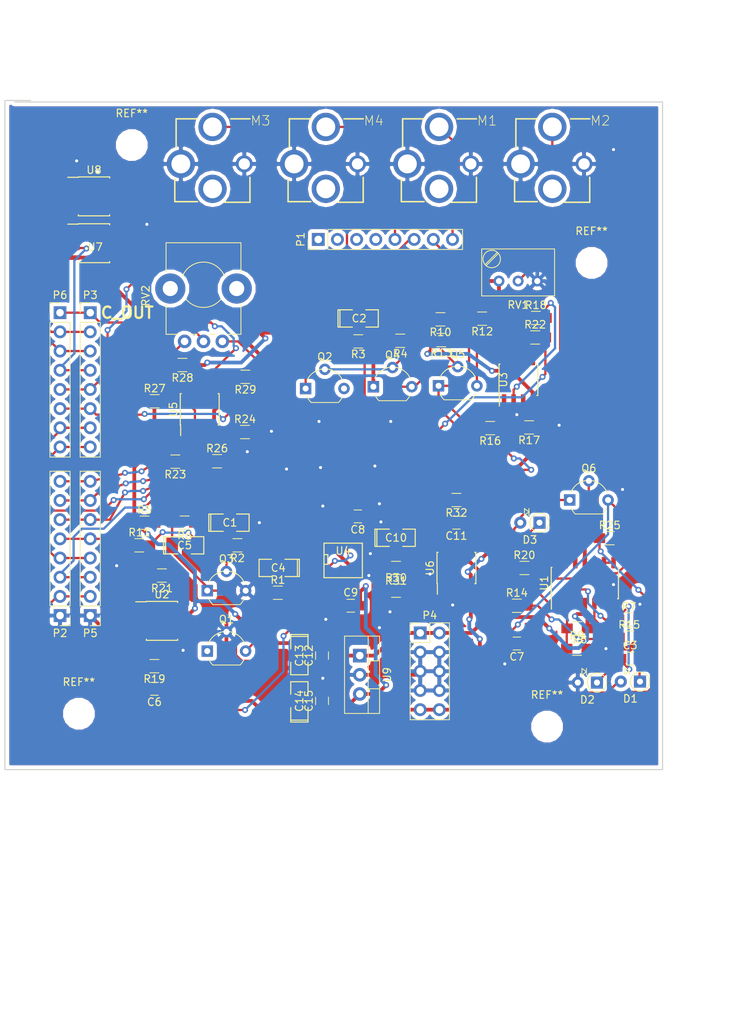
<source format=kicad_pcb>
(kicad_pcb (version 20170123) (host pcbnew "(2017-07-14 revision 22e95aa)-master")
  (layers (0 F.Cu signal) (31 B.Cu signal) (34 B.Paste user) (35 F.Paste user) (36 B.SilkS user) (37 F.SilkS user) (38 B.Mask user) (39 F.Mask user) (44 Edge.Cuts user))
  (net 0 "")
  (net 1 "Net-(C1-Pad1)")
  (net 2 GND)
  (net 3 -12VA)
  (net 4 "Net-(C2-Pad1)")
  (net 5 "Net-(C3-Pad2)")
  (net 6 "Net-(C3-Pad1)")
  (net 7 "Net-(C4-Pad1)")
  (net 8 "Net-(C4-Pad2)")
  (net 9 "Net-(C5-Pad1)")
  (net 10 "Net-(C5-Pad2)")
  (net 11 "Net-(C6-Pad2)")
  (net 12 "Net-(C6-Pad1)")
  (net 13 "Net-(C7-Pad2)")
  (net 14 "Net-(C8-Pad2)")
  (net 15 /5V)
  (net 16 "Net-(C10-Pad1)")
  (net 17 "Net-(C10-Pad2)")
  (net 18 /7400_OUT)
  (net 19 "Net-(C11-Pad2)")
  (net 20 +12V)
  (net 21 /SH_CLOCK)
  (net 22 "Net-(D3-Pad1)")
  (net 23 "Net-(D3-Pad2)")
  (net 24 "Net-(P1-Pad1)")
  (net 25 "Net-(P1-Pad2)")
  (net 26 "Net-(P1-Pad3)")
  (net 27 "Net-(P1-Pad4)")
  (net 28 /COMP_CV0)
  (net 29 /H_NOISE_OUT)
  (net 30 /Y_NOISE_OUT)
  (net 31 /7400_CLK_IN)
  (net 32 /7400_IN)
  (net 33 /SH_OUT)
  (net 34 /SH_IN)
  (net 35 /buffer_out1)
  (net 36 /buffer_in1)
  (net 37 /buffer_out)
  (net 38 /buffer_in)
  (net 39 /COMP_OUT0)
  (net 40 "Net-(Q1-Pad1)")
  (net 41 "Net-(Q2-Pad2)")
  (net 42 "Net-(Q2-Pad3)")
  (net 43 "Net-(Q4-Pad3)")
  (net 44 "Net-(Q5-Pad3)")
  (net 45 "Net-(Q5-Pad1)")
  (net 46 "Net-(Q6-Pad2)")
  (net 47 "Net-(R8-Pad2)")
  (net 48 "Net-(R14-Pad2)")
  (net 49 "Net-(R16-Pad1)")
  (net 50 "Net-(R17-Pad1)")
  (net 51 "Net-(R18-Pad1)")
  (net 52 "Net-(R23-Pad1)")
  (net 53 /COMP_IN0)
  (net 54 "Net-(R25-Pad2)")
  (net 55 "Net-(R26-Pad1)")
  (net 56 "Net-(R27-Pad1)")
  (net 57 "Net-(R28-Pad2)")
  (net 58 "Net-(R29-Pad1)")
  (net 59 "Net-(U2-Pad8)")
  (net 60 "Net-(U2-Pad5)")
  (net 61 "Net-(U2-Pad1)")
  (net 62 "Net-(U3-Pad1)")
  (net 63 "Net-(U3-Pad5)")
  (net 64 "Net-(U3-Pad8)")
  (net 65 "Net-(U5-Pad1)")
  (net 66 "Net-(U5-Pad5)")
  (net 67 "Net-(U5-Pad8)")
  (net 68 "Net-(U6-Pad1)")
  (net 69 "Net-(U6-Pad5)")
  (net 70 "Net-(U6-Pad8)")
  (net 71 "Net-(U7-Pad8)")
  (net 72 "Net-(U7-Pad5)")
  (net 73 "Net-(U7-Pad1)")
  (net 74 "Net-(U8-Pad8)")
  (net 75 "Net-(U8-Pad5)")
  (net 76 "Net-(U8-Pad1)")
  (net 77 "Net-(M1-Pad2)")
  (net 78 "Net-(M1-Pad3)")
  (net 79 "Net-(M2-Pad3)")
  (net 80 "Net-(M2-Pad2)")
  (net 81 "Net-(M3-Pad2)")
  (net 82 "Net-(M3-Pad3)")
  (net 83 "Net-(M4-Pad3)")
  (net 84 "Net-(M4-Pad2)")
  (module Mounting_Holes:MountingHole_3.2mm_M3 (layer F.Cu) (at 132 112.3)
    (fp_text reference REF** (at 0 -4.2) (layer F.SilkS))
    (fp_text value MountingHole_3.2mm_M3)
    (pad 1 np_thru_hole circle (at 0 0) (size 3.2 3.2) (drill 3.2) (layers *.Cu *.Mask))
  )
  (module Mounting_Holes:MountingHole_3.2mm_M3 (layer F.Cu) (at 194 114)
    (fp_text reference REF** (at 0 -4.2) (layer F.SilkS))
    (fp_text value MountingHole_3.2mm_M3)
    (pad 1 np_thru_hole circle (at 0 0) (size 3.2 3.2) (drill 3.2) (layers *.Cu *.Mask))
  )
  (module Mounting_Holes:MountingHole_3.2mm_M3 (layer F.Cu) (at 199.9 52.6)
    (fp_text reference REF** (at 0 -4.2) (layer F.SilkS))
    (fp_text value MountingHole_3.2mm_M3)
    (pad 1 np_thru_hole circle (at 0 0) (size 3.2 3.2) (drill 3.2) (layers *.Cu *.Mask))
  )
  (module SMD_Packages:SMD-1206_Pol (layer F.Cu) (at 152 87)
    (fp_text reference C1 (at 0 0) (layer F.SilkS))
    (fp_text value 47u)
    (pad 1 smd rect (at -1.651 0) (size 1.524 2.032) (layers F.Cu F.Paste F.Mask) (net 1 "Net-(C1-Pad1)"))
    (pad 2 smd rect (at 1.651 0) (size 1.524 2.032) (layers F.Cu F.Paste F.Mask) (net 2 GND))
  )
  (module SMD_Packages:SMD-1206_Pol (layer F.Cu) (at 169.11 59.96)
    (fp_text reference C2 (at 0 0) (layer F.SilkS))
    (fp_text value 10u)
    (pad 1 smd rect (at -1.651 0) (size 1.524 2.032) (layers F.Cu F.Paste F.Mask) (net 4 "Net-(C2-Pad1)"))
    (pad 2 smd rect (at 1.651 0) (size 1.524 2.032) (layers F.Cu F.Paste F.Mask) (net 3 -12VA))
  )
  (module Capacitors_SMD:C_0805_HandSoldering (layer F.Cu) (at 205 105)
    (fp_text reference C3 (at 0 -1.75) (layer F.SilkS))
    (fp_text value 1n)
    (pad 2 smd rect (at 1.25 0) (size 1.5 1.25) (layers F.Cu F.Paste F.Mask) (net 5 "Net-(C3-Pad2)"))
    (pad 1 smd rect (at -1.25 0) (size 1.5 1.25) (layers F.Cu F.Paste F.Mask) (net 6 "Net-(C3-Pad1)"))
  )
  (module SMD_Packages:SMD-1206_Pol (layer F.Cu) (at 158.4 92.99 180)
    (fp_text reference C4 (at 0 0 180) (layer F.SilkS))
    (fp_text value 47u)
    (pad 2 smd rect (at 1.651 0 180) (size 1.524 2.032) (layers F.Cu F.Paste F.Mask) (net 8 "Net-(C4-Pad2)"))
    (pad 1 smd rect (at -1.651 0 180) (size 1.524 2.032) (layers F.Cu F.Paste F.Mask) (net 7 "Net-(C4-Pad1)"))
  )
  (module SMD_Packages:SMD-1206_Pol (layer F.Cu) (at 146 90)
    (fp_text reference C5 (at 0 0) (layer F.SilkS))
    (fp_text value 10u)
    (pad 1 smd rect (at -1.651 0) (size 1.524 2.032) (layers F.Cu F.Paste F.Mask) (net 9 "Net-(C5-Pad1)"))
    (pad 2 smd rect (at 1.651 0) (size 1.524 2.032) (layers F.Cu F.Paste F.Mask) (net 10 "Net-(C5-Pad2)"))
  )
  (module Capacitors_SMD:C_0805_HandSoldering (layer F.Cu) (at 142 109 180)
    (fp_text reference C6 (at 0 -1.75 180) (layer F.SilkS))
    (fp_text value 10p)
    (pad 1 smd rect (at -1.25 0 180) (size 1.5 1.25) (layers F.Cu F.Paste F.Mask) (net 12 "Net-(C6-Pad1)"))
    (pad 2 smd rect (at 1.25 0 180) (size 1.5 1.25) (layers F.Cu F.Paste F.Mask) (net 11 "Net-(C6-Pad2)"))
  )
  (module Capacitors_SMD:C_0805_HandSoldering (layer F.Cu) (at 190 103 180)
    (fp_text reference C7 (at 0 -1.75 180) (layer F.SilkS))
    (fp_text value 100N)
    (pad 1 smd rect (at -1.25 0 180) (size 1.5 1.25) (layers F.Cu F.Paste F.Mask) (net 2 GND))
    (pad 2 smd rect (at 1.25 0 180) (size 1.5 1.25) (layers F.Cu F.Paste F.Mask) (net 13 "Net-(C7-Pad2)"))
  )
  (module Capacitors_SMD:C_0805_HandSoldering (layer F.Cu) (at 168.94 86.17 180)
    (fp_text reference C8 (at 0 -1.75 180) (layer F.SilkS))
    (fp_text value 100N)
    (pad 1 smd rect (at -1.25 0 180) (size 1.5 1.25) (layers F.Cu F.Paste F.Mask) (net 2 GND))
    (pad 2 smd rect (at 1.25 0 180) (size 1.5 1.25) (layers F.Cu F.Paste F.Mask) (net 14 "Net-(C8-Pad2)"))
  )
  (module Capacitors_SMD:C_0805_HandSoldering (layer F.Cu) (at 168 98)
    (fp_text reference C9 (at 0 -1.75) (layer F.SilkS))
    (fp_text value 100N)
    (pad 2 smd rect (at 1.25 0) (size 1.5 1.25) (layers F.Cu F.Paste F.Mask) (net 15 /5V))
    (pad 1 smd rect (at -1.25 0) (size 1.5 1.25) (layers F.Cu F.Paste F.Mask) (net 2 GND))
  )
  (module SMD_Packages:SMD-1206_Pol (layer F.Cu) (at 174 89)
    (fp_text reference C10 (at 0 0) (layer F.SilkS))
    (fp_text value 10u)
    (pad 2 smd rect (at 1.651 0) (size 1.524 2.032) (layers F.Cu F.Paste F.Mask) (net 17 "Net-(C10-Pad2)"))
    (pad 1 smd rect (at -1.651 0) (size 1.524 2.032) (layers F.Cu F.Paste F.Mask) (net 16 "Net-(C10-Pad1)"))
  )
  (module Capacitors_SMD:C_0805_HandSoldering (layer F.Cu) (at 182 87 180)
    (fp_text reference C11 (at 0 -1.75 180) (layer F.SilkS))
    (fp_text value 18p)
    (pad 1 smd rect (at -1.25 0 180) (size 1.5 1.25) (layers F.Cu F.Paste F.Mask) (net 18 /7400_OUT))
    (pad 2 smd rect (at 1.25 0 180) (size 1.5 1.25) (layers F.Cu F.Paste F.Mask) (net 19 "Net-(C11-Pad2)"))
  )
  (module Capacitors_SMD:C_0805_HandSoldering (layer F.Cu) (at 164.2 104.6 90)
    (fp_text reference C12 (at 0 -1.75 90) (layer F.SilkS))
    (fp_text value 100N)
    (pad 2 smd rect (at 1.25 0 90) (size 1.5 1.25) (layers F.Cu F.Paste F.Mask) (net 20 +12V))
    (pad 1 smd rect (at -1.25 0 90) (size 1.5 1.25) (layers F.Cu F.Paste F.Mask) (net 2 GND))
  )
  (module SMD_Packages:SMD-1206_Pol (layer F.Cu) (at 161.2 104.6 270)
    (fp_text reference C13 (at 0 0 270) (layer F.SilkS))
    (fp_text value 10u)
    (pad 2 smd rect (at 1.651 0 270) (size 1.524 2.032) (layers F.Cu F.Paste F.Mask) (net 2 GND))
    (pad 1 smd rect (at -1.651 0 270) (size 1.524 2.032) (layers F.Cu F.Paste F.Mask) (net 20 +12V))
  )
  (module SMD_Packages:SMD-1206_Pol (layer F.Cu) (at 161.2 110.6 90)
    (fp_text reference C14 (at 0 0 90) (layer F.SilkS))
    (fp_text value 10u)
    (pad 1 smd rect (at -1.651 0 90) (size 1.524 2.032) (layers F.Cu F.Paste F.Mask) (net 15 /5V))
    (pad 2 smd rect (at 1.651 0 90) (size 1.524 2.032) (layers F.Cu F.Paste F.Mask) (net 2 GND))
  )
  (module Capacitors_SMD:C_0805_HandSoldering (layer F.Cu) (at 164.2 110.6 90)
    (fp_text reference C15 (at 0 -1.75 90) (layer F.SilkS))
    (fp_text value 100N)
    (pad 2 smd rect (at 1.25 0 90) (size 1.5 1.25) (layers F.Cu F.Paste F.Mask) (net 2 GND))
    (pad 1 smd rect (at -1.25 0 90) (size 1.5 1.25) (layers F.Cu F.Paste F.Mask) (net 15 /5V))
  )
  (module Diodes_THT:D_DO-35_SOD27_P2.54mm_Vertical_AnodeUp (layer F.Cu) (at 206.31 108.04 180)
    (fp_text reference D1 (at 1.27 -2.266371 180) (layer F.SilkS))
    (fp_text value 1n4148)
    (pad 1 thru_hole rect (at 0 0 180) (size 1.6 1.6) (drill 0.8) (layers *.Cu *.Mask) (net 5 "Net-(C3-Pad2)"))
    (pad 2 thru_hole oval (at 2.54 0 180) (size 1.6 1.6) (drill 0.8) (layers *.Cu *.Mask) (net 21 /SH_CLOCK))
  )
  (module Diodes_THT:D_DO-35_SOD27_P2.54mm_Vertical_AnodeUp (layer F.Cu) (at 200.61 108.17 180)
    (fp_text reference D2 (at 1.27 -2.266371 180) (layer F.SilkS))
    (fp_text value 1n4148)
    (pad 2 thru_hole oval (at 2.54 0 180) (size 1.6 1.6) (drill 0.8) (layers *.Cu *.Mask) (net 2 GND))
    (pad 1 thru_hole rect (at 0 0 180) (size 1.6 1.6) (drill 0.8) (layers *.Cu *.Mask) (net 6 "Net-(C3-Pad1)"))
  )
  (module Diodes_THT:D_DO-35_SOD27_P2.54mm_Vertical_AnodeUp (layer F.Cu) (at 193 87 180)
    (fp_text reference D3 (at 1.27 -2.266371 180) (layer F.SilkS))
    (fp_text value 1n4148)
    (pad 2 thru_hole oval (at 2.54 0 180) (size 1.6 1.6) (drill 0.8) (layers *.Cu *.Mask) (net 23 "Net-(D3-Pad2)"))
    (pad 1 thru_hole rect (at 0 0 180) (size 1.6 1.6) (drill 0.8) (layers *.Cu *.Mask) (net 22 "Net-(D3-Pad1)"))
  )
  (module erthenvar:ERTHENVAR-JACK (layer F.Cu) (at 179.7 39.5)
    (fp_text reference M1 (at 6.35 -5.715) (layer F.SilkS) (effects (font (size 1.27 1.27) (thickness 0.1016))))
    (fp_text value AUDIO-JACKERTHENVAR hide)
    (pad 1@2 thru_hole oval (at 4.19862 0 90) (size 2.2479 2.2479) (drill 1.4986) (layers *.Cu *.Mask) (net 2 GND))
    (pad 2 thru_hole oval (at 0 3.29946 90) (size 3.74904 3.74904) (drill 2.49936) (layers *.Cu *.Mask) (net 77 "Net-(M1-Pad2)"))
    (pad 3 thru_hole oval (at 0 -4.89966 90) (size 3.74904 3.74904) (drill 2.49936) (layers *.Cu *.Mask) (net 78 "Net-(M1-Pad3)"))
    (pad 1@1 thru_hole oval (at -4.19862 0 90) (size 3.74904 3.74904) (drill 2.49936) (layers *.Cu *.Mask) (net 2 GND))
  )
  (module erthenvar:ERTHENVAR-JACK (layer F.Cu) (at 194.7 39.5)
    (fp_text reference M2 (at 6.35 -5.715) (layer F.SilkS) (effects (font (size 1.27 1.27) (thickness 0.1016))))
    (fp_text value AUDIO-JACKERTHENVAR hide)
    (pad 1@1 thru_hole oval (at -4.19862 0 90) (size 3.74904 3.74904) (drill 2.49936) (layers *.Cu *.Mask) (net 2 GND))
    (pad 3 thru_hole oval (at 0 -4.89966 90) (size 3.74904 3.74904) (drill 2.49936) (layers *.Cu *.Mask) (net 79 "Net-(M2-Pad3)"))
    (pad 2 thru_hole oval (at 0 3.29946 90) (size 3.74904 3.74904) (drill 2.49936) (layers *.Cu *.Mask) (net 80 "Net-(M2-Pad2)"))
    (pad 1@2 thru_hole oval (at 4.19862 0 90) (size 2.2479 2.2479) (drill 1.4986) (layers *.Cu *.Mask) (net 2 GND))
  )
  (module erthenvar:ERTHENVAR-JACK (layer F.Cu) (at 149.7 39.5)
    (fp_text reference M3 (at 6.35 -5.715) (layer F.SilkS) (effects (font (size 1.27 1.27) (thickness 0.1016))))
    (fp_text value AUDIO-JACKERTHENVAR hide)
    (pad 1@2 thru_hole oval (at 4.19862 0 90) (size 2.2479 2.2479) (drill 1.4986) (layers *.Cu *.Mask) (net 2 GND))
    (pad 2 thru_hole oval (at 0 3.29946 90) (size 3.74904 3.74904) (drill 2.49936) (layers *.Cu *.Mask) (net 81 "Net-(M3-Pad2)"))
    (pad 3 thru_hole oval (at 0 -4.89966 90) (size 3.74904 3.74904) (drill 2.49936) (layers *.Cu *.Mask) (net 82 "Net-(M3-Pad3)"))
    (pad 1@1 thru_hole oval (at -4.19862 0 90) (size 3.74904 3.74904) (drill 2.49936) (layers *.Cu *.Mask) (net 2 GND))
  )
  (module erthenvar:ERTHENVAR-JACK (layer F.Cu) (at 164.7 39.5)
    (fp_text reference M4 (at 6.35 -5.715) (layer F.SilkS) (effects (font (size 1.27 1.27) (thickness 0.1016))))
    (fp_text value AUDIO-JACKERTHENVAR hide)
    (pad 1@1 thru_hole oval (at -4.19862 0 90) (size 3.74904 3.74904) (drill 2.49936) (layers *.Cu *.Mask) (net 2 GND))
    (pad 3 thru_hole oval (at 0 -4.89966 90) (size 3.74904 3.74904) (drill 2.49936) (layers *.Cu *.Mask) (net 83 "Net-(M4-Pad3)"))
    (pad 2 thru_hole oval (at 0 3.29946 90) (size 3.74904 3.74904) (drill 2.49936) (layers *.Cu *.Mask) (net 84 "Net-(M4-Pad2)"))
    (pad 1@2 thru_hole oval (at 4.19862 0 90) (size 2.2479 2.2479) (drill 1.4986) (layers *.Cu *.Mask) (net 2 GND))
  )
  (module Pin_Headers:Pin_Header_Straight_1x08_Pitch2.54mm (layer F.Cu) (at 163.7 49.5 90)
    (fp_text reference P1 (at 0 -2.33 90) (layer F.SilkS))
    (fp_text value CONN_01X08)
    (pad 8 thru_hole oval (at 0 17.78 90) (size 1.7 1.7) (drill 1) (layers *.Cu *.Mask) (net 78 "Net-(M1-Pad3)"))
    (pad 7 thru_hole oval (at 0 15.24 90) (size 1.7 1.7) (drill 1) (layers *.Cu *.Mask) (net 79 "Net-(M2-Pad3)"))
    (pad 6 thru_hole oval (at 0 12.7 90) (size 1.7 1.7) (drill 1) (layers *.Cu *.Mask) (net 82 "Net-(M3-Pad3)"))
    (pad 5 thru_hole oval (at 0 10.16 90) (size 1.7 1.7) (drill 1) (layers *.Cu *.Mask) (net 83 "Net-(M4-Pad3)"))
    (pad 4 thru_hole oval (at 0 7.62 90) (size 1.7 1.7) (drill 1) (layers *.Cu *.Mask) (net 27 "Net-(P1-Pad4)"))
    (pad 3 thru_hole oval (at 0 5.08 90) (size 1.7 1.7) (drill 1) (layers *.Cu *.Mask) (net 26 "Net-(P1-Pad3)"))
    (pad 2 thru_hole oval (at 0 2.54 90) (size 1.7 1.7) (drill 1) (layers *.Cu *.Mask) (net 25 "Net-(P1-Pad2)"))
    (pad 1 thru_hole rect (at 0 0 90) (size 1.7 1.7) (drill 1) (layers *.Cu *.Mask) (net 24 "Net-(P1-Pad1)"))
  )
  (module Pin_Headers:Pin_Header_Straight_1x08_Pitch2.54mm (layer F.Cu) (at 129.5 99.3 180)
    (fp_text reference P2 (at 0 -2.33 180) (layer F.SilkS))
    (fp_text value CONN_01X08)
    (pad 1 thru_hole rect (at 0 0 180) (size 1.7 1.7) (drill 1) (layers *.Cu *.Mask) (net 2 GND))
    (pad 2 thru_hole oval (at 0 2.54 180) (size 1.7 1.7) (drill 1) (layers *.Cu *.Mask) (net 32 /7400_IN))
    (pad 3 thru_hole oval (at 0 5.08 180) (size 1.7 1.7) (drill 1) (layers *.Cu *.Mask) (net 31 /7400_CLK_IN))
    (pad 4 thru_hole oval (at 0 7.62 180) (size 1.7 1.7) (drill 1) (layers *.Cu *.Mask) (net 18 /7400_OUT))
    (pad 5 thru_hole oval (at 0 10.16 180) (size 1.7 1.7) (drill 1) (layers *.Cu *.Mask) (net 30 /Y_NOISE_OUT))
    (pad 6 thru_hole oval (at 0 12.7 180) (size 1.7 1.7) (drill 1) (layers *.Cu *.Mask) (net 29 /H_NOISE_OUT))
    (pad 7 thru_hole oval (at 0 15.24 180) (size 1.7 1.7) (drill 1) (layers *.Cu *.Mask) (net 53 /COMP_IN0))
    (pad 8 thru_hole oval (at 0 17.78 180) (size 1.7 1.7) (drill 1) (layers *.Cu *.Mask) (net 28 /COMP_CV0))
  )
  (module Pin_Headers:Pin_Header_Straight_1x08_Pitch2.54mm (layer F.Cu) (at 133.5 59.2)
    (fp_text reference P3 (at 0 -2.33) (layer F.SilkS))
    (fp_text value CONN_01X08)
    (pad 1 thru_hole rect (at 0 0) (size 1.7 1.7) (drill 1) (layers *.Cu *.Mask) (net 39 /COMP_OUT0))
    (pad 2 thru_hole oval (at 0 2.54) (size 1.7 1.7) (drill 1) (layers *.Cu *.Mask) (net 38 /buffer_in))
    (pad 3 thru_hole oval (at 0 5.08) (size 1.7 1.7) (drill 1) (layers *.Cu *.Mask) (net 37 /buffer_out))
    (pad 4 thru_hole oval (at 0 7.62) (size 1.7 1.7) (drill 1) (layers *.Cu *.Mask) (net 36 /buffer_in1))
    (pad 5 thru_hole oval (at 0 10.16) (size 1.7 1.7) (drill 1) (layers *.Cu *.Mask) (net 35 /buffer_out1))
    (pad 6 thru_hole oval (at 0 12.7) (size 1.7 1.7) (drill 1) (layers *.Cu *.Mask) (net 34 /SH_IN))
    (pad 7 thru_hole oval (at 0 15.24) (size 1.7 1.7) (drill 1) (layers *.Cu *.Mask) (net 33 /SH_OUT))
    (pad 8 thru_hole oval (at 0 17.78) (size 1.7 1.7) (drill 1) (layers *.Cu *.Mask) (net 21 /SH_CLOCK))
  )
  (module Pin_Headers:Pin_Header_Straight_2x05_Pitch2.54mm (layer F.Cu) (at 177.2 101.6)
    (fp_text reference P4 (at 1.27 -2.33) (layer F.SilkS))
    (fp_text value CONN_02X05)
    (pad 1 thru_hole rect (at 0 0) (size 1.7 1.7) (drill 1) (layers *.Cu *.Mask) (net 20 +12V))
    (pad 2 thru_hole oval (at 2.54 0) (size 1.7 1.7) (drill 1) (layers *.Cu *.Mask) (net 20 +12V))
    (pad 3 thru_hole oval (at 0 2.54) (size 1.7 1.7) (drill 1) (layers *.Cu *.Mask) (net 2 GND))
    (pad 4 thru_hole oval (at 2.54 2.54) (size 1.7 1.7) (drill 1) (layers *.Cu *.Mask) (net 2 GND))
    (pad 5 thru_hole oval (at 0 5.08) (size 1.7 1.7) (drill 1) (layers *.Cu *.Mask) (net 2 GND))
    (pad 6 thru_hole oval (at 2.54 5.08) (size 1.7 1.7) (drill 1) (layers *.Cu *.Mask) (net 2 GND))
    (pad 7 thru_hole oval (at 0 7.62) (size 1.7 1.7) (drill 1) (layers *.Cu *.Mask) (net 2 GND))
    (pad 8 thru_hole oval (at 2.54 7.62) (size 1.7 1.7) (drill 1) (layers *.Cu *.Mask) (net 2 GND))
    (pad 9 thru_hole oval (at 0 10.16) (size 1.7 1.7) (drill 1) (layers *.Cu *.Mask) (net 3 -12VA))
    (pad 10 thru_hole oval (at 2.54 10.16) (size 1.7 1.7) (drill 1) (layers *.Cu *.Mask) (net 3 -12VA))
  )
  (module Pin_Headers:Pin_Header_Straight_1x08_Pitch2.54mm (layer F.Cu) (at 133.5 99.3 180)
    (fp_text reference P5 (at 0 -2.33 180) (layer F.SilkS))
    (fp_text value CONN_01X08)
    (pad 1 thru_hole rect (at 0 0 180) (size 1.7 1.7) (drill 1) (layers *.Cu *.Mask) (net 2 GND))
    (pad 2 thru_hole oval (at 0 2.54 180) (size 1.7 1.7) (drill 1) (layers *.Cu *.Mask) (net 32 /7400_IN))
    (pad 3 thru_hole oval (at 0 5.08 180) (size 1.7 1.7) (drill 1) (layers *.Cu *.Mask) (net 31 /7400_CLK_IN))
    (pad 4 thru_hole oval (at 0 7.62 180) (size 1.7 1.7) (drill 1) (layers *.Cu *.Mask) (net 18 /7400_OUT))
    (pad 5 thru_hole oval (at 0 10.16 180) (size 1.7 1.7) (drill 1) (layers *.Cu *.Mask) (net 30 /Y_NOISE_OUT))
    (pad 6 thru_hole oval (at 0 12.7 180) (size 1.7 1.7) (drill 1) (layers *.Cu *.Mask) (net 29 /H_NOISE_OUT))
    (pad 7 thru_hole oval (at 0 15.24 180) (size 1.7 1.7) (drill 1) (layers *.Cu *.Mask) (net 53 /COMP_IN0))
    (pad 8 thru_hole oval (at 0 17.78 180) (size 1.7 1.7) (drill 1) (layers *.Cu *.Mask) (net 28 /COMP_CV0))
  )
  (module Pin_Headers:Pin_Header_Straight_1x08_Pitch2.54mm (layer F.Cu) (at 129.5 59.2)
    (fp_text reference P6 (at 0 -2.33) (layer F.SilkS))
    (fp_text value CONN_01X08)
    (pad 8 thru_hole oval (at 0 17.78) (size 1.7 1.7) (drill 1) (layers *.Cu *.Mask) (net 21 /SH_CLOCK))
    (pad 7 thru_hole oval (at 0 15.24) (size 1.7 1.7) (drill 1) (layers *.Cu *.Mask) (net 33 /SH_OUT))
    (pad 6 thru_hole oval (at 0 12.7) (size 1.7 1.7) (drill 1) (layers *.Cu *.Mask) (net 34 /SH_IN))
    (pad 5 thru_hole oval (at 0 10.16) (size 1.7 1.7) (drill 1) (layers *.Cu *.Mask) (net 35 /buffer_out1))
    (pad 4 thru_hole oval (at 0 7.62) (size 1.7 1.7) (drill 1) (layers *.Cu *.Mask) (net 36 /buffer_in1))
    (pad 3 thru_hole oval (at 0 5.08) (size 1.7 1.7) (drill 1) (layers *.Cu *.Mask) (net 37 /buffer_out))
    (pad 2 thru_hole oval (at 0 2.54) (size 1.7 1.7) (drill 1) (layers *.Cu *.Mask) (net 38 /buffer_in))
    (pad 1 thru_hole rect (at 0 0) (size 1.7 1.7) (drill 1) (layers *.Cu *.Mask) (net 39 /COMP_OUT0))
  )
  (module TO_SOT_Packages_THT:TO-92_Molded_Wide (layer F.Cu) (at 149 104)
    (fp_text reference Q1 (at 2.54 -4.19 180) (layer F.SilkS))
    (fp_text value Q_NPN_CBE)
    (pad 2 thru_hole circle (at 2.54 -2.54 90) (size 1.52 1.52) (drill 0.8) (layers *.Cu *.Mask) (net 2 GND))
    (pad 3 thru_hole circle (at 5.08 0 90) (size 1.52 1.52) (drill 0.8) (layers *.Cu *.Mask) (net 7 "Net-(C4-Pad1)"))
    (pad 1 thru_hole rect (at 0 0 90) (size 1.52 1.52) (drill 0.8) (layers *.Cu *.Mask) (net 40 "Net-(Q1-Pad1)"))
  )
  (module TO_SOT_Packages_THT:TO-92_Molded_Wide (layer F.Cu) (at 162.03 69.24)
    (fp_text reference Q2 (at 2.54 -4.19 180) (layer F.SilkS))
    (fp_text value Q_NPN_EBC)
    (pad 2 thru_hole circle (at 2.54 -2.54 90) (size 1.52 1.52) (drill 0.8) (layers *.Cu *.Mask) (net 41 "Net-(Q2-Pad2)"))
    (pad 3 thru_hole circle (at 5.08 0 90) (size 1.52 1.52) (drill 0.8) (layers *.Cu *.Mask) (net 42 "Net-(Q2-Pad3)"))
    (pad 1 thru_hole rect (at 0 0 90) (size 1.52 1.52) (drill 0.8) (layers *.Cu *.Mask) (net 4 "Net-(C2-Pad1)"))
  )
  (module TO_SOT_Packages_THT:TO-92_Molded_Wide (layer F.Cu) (at 149 96)
    (fp_text reference Q3 (at 2.54 -4.19 180) (layer F.SilkS))
    (fp_text value Q_NPN_CBE)
    (pad 1 thru_hole rect (at 0 0 90) (size 1.52 1.52) (drill 0.8) (layers *.Cu *.Mask) (net 9 "Net-(C5-Pad1)"))
    (pad 3 thru_hole circle (at 5.08 0 90) (size 1.52 1.52) (drill 0.8) (layers *.Cu *.Mask) (net 2 GND))
    (pad 2 thru_hole circle (at 2.54 -2.54 90) (size 1.52 1.52) (drill 0.8) (layers *.Cu *.Mask) (net 8 "Net-(C4-Pad2)"))
  )
  (module TO_SOT_Packages_THT:TO-92_Molded_Wide (layer F.Cu) (at 171 69)
    (fp_text reference Q4 (at 2.54 -4.19 180) (layer F.SilkS))
    (fp_text value Q_NPN_EBC)
    (pad 1 thru_hole rect (at 0 0 90) (size 1.52 1.52) (drill 0.8) (layers *.Cu *.Mask) (net 3 -12VA))
    (pad 3 thru_hole circle (at 5.08 0 90) (size 1.52 1.52) (drill 0.8) (layers *.Cu *.Mask) (net 43 "Net-(Q4-Pad3)"))
    (pad 2 thru_hole circle (at 2.54 -2.54 90) (size 1.52 1.52) (drill 0.8) (layers *.Cu *.Mask) (net 41 "Net-(Q2-Pad2)"))
  )
  (module TO_SOT_Packages_THT:TO-92_Molded_Wide (layer F.Cu) (at 179.63 68.88)
    (fp_text reference Q5 (at 2.54 -4.19 180) (layer F.SilkS))
    (fp_text value Q_NPN_EBC)
    (pad 2 thru_hole circle (at 2.54 -2.54 90) (size 1.52 1.52) (drill 0.8) (layers *.Cu *.Mask) (net 43 "Net-(Q4-Pad3)"))
    (pad 3 thru_hole circle (at 5.08 0 90) (size 1.52 1.52) (drill 0.8) (layers *.Cu *.Mask) (net 44 "Net-(Q5-Pad3)"))
    (pad 1 thru_hole rect (at 0 0 90) (size 1.52 1.52) (drill 0.8) (layers *.Cu *.Mask) (net 45 "Net-(Q5-Pad1)"))
  )
  (module TO_SOT_Packages_THT:TO-92_Molded_Wide (layer F.Cu) (at 197 84)
    (fp_text reference Q6 (at 2.54 -4.19 180) (layer F.SilkS))
    (fp_text value BF245C_GSD)
    (pad 1 thru_hole rect (at 0 0 90) (size 1.52 1.52) (drill 0.8) (layers *.Cu *.Mask) (net 23 "Net-(D3-Pad2)"))
    (pad 3 thru_hole circle (at 5.08 0 90) (size 1.52 1.52) (drill 0.8) (layers *.Cu *.Mask) (net 13 "Net-(C7-Pad2)"))
    (pad 2 thru_hole circle (at 2.54 -2.54 90) (size 1.52 1.52) (drill 0.8) (layers *.Cu *.Mask) (net 46 "Net-(Q6-Pad2)"))
  )
  (module Resistors_SMD:R_0805_HandSoldering (layer F.Cu) (at 158.35 96.28)
    (fp_text reference R1 (at 0 -1.7) (layer F.SilkS))
    (fp_text value 47K)
    (pad 2 smd rect (at 1.35 0) (size 1.5 1.3) (layers F.Cu F.Paste F.Mask) (net 7 "Net-(C4-Pad1)"))
    (pad 1 smd rect (at -1.35 0) (size 1.5 1.3) (layers F.Cu F.Paste F.Mask) (net 1 "Net-(C1-Pad1)"))
  )
  (module Resistors_SMD:R_0805_HandSoldering (layer F.Cu) (at 153 90 180)
    (fp_text reference R2 (at 0 -1.7 180) (layer F.SilkS))
    (fp_text value 150K)
    (pad 2 smd rect (at 1.35 0 180) (size 1.5 1.3) (layers F.Cu F.Paste F.Mask) (net 8 "Net-(C4-Pad2)"))
    (pad 1 smd rect (at -1.35 0 180) (size 1.5 1.3) (layers F.Cu F.Paste F.Mask) (net 9 "Net-(C5-Pad1)"))
  )
  (module Resistors_SMD:R_0805_HandSoldering (layer F.Cu) (at 169 63 180)
    (fp_text reference R3 (at 0 -1.7 180) (layer F.SilkS))
    (fp_text value 47K)
    (pad 2 smd rect (at 1.35 0 180) (size 1.5 1.3) (layers F.Cu F.Paste F.Mask) (net 4 "Net-(C2-Pad1)"))
    (pad 1 smd rect (at -1.35 0 180) (size 1.5 1.3) (layers F.Cu F.Paste F.Mask) (net 43 "Net-(Q4-Pad3)"))
  )
  (module Resistors_SMD:R_0805_HandSoldering (layer F.Cu) (at 174.56 62.92 180)
    (fp_text reference R4 (at 0 -1.7 180) (layer F.SilkS))
    (fp_text value 180K)
    (pad 2 smd rect (at 1.35 0 180) (size 1.5 1.3) (layers F.Cu F.Paste F.Mask) (net 3 -12VA))
    (pad 1 smd rect (at -1.35 0 180) (size 1.5 1.3) (layers F.Cu F.Paste F.Mask) (net 41 "Net-(Q2-Pad2)"))
  )
  (module Resistors_SMD:R_0805_HandSoldering (layer F.Cu) (at 140.69 87.01)
    (fp_text reference R5 (at 0 -1.7) (layer F.SilkS))
    (fp_text value 22R)
    (pad 1 smd rect (at -1.35 0) (size 1.5 1.3) (layers F.Cu F.Paste F.Mask) (net 20 +12V))
    (pad 2 smd rect (at 1.35 0) (size 1.5 1.3) (layers F.Cu F.Paste F.Mask) (net 1 "Net-(C1-Pad1)"))
  )
  (module Resistors_SMD:R_0805_HandSoldering (layer F.Cu) (at 146 87 180)
    (fp_text reference R6 (at 0 -1.7 180) (layer F.SilkS))
    (fp_text value 10K)
    (pad 1 smd rect (at -1.35 0 180) (size 1.5 1.3) (layers F.Cu F.Paste F.Mask) (net 1 "Net-(C1-Pad1)"))
    (pad 2 smd rect (at 1.35 0 180) (size 1.5 1.3) (layers F.Cu F.Paste F.Mask) (net 9 "Net-(C5-Pad1)"))
  )
  (module Resistors_SMD:R_0805_HandSoldering (layer F.Cu) (at 204.83 99.82)
    (fp_text reference R7 (at 0 -1.7) (layer F.SilkS))
    (fp_text value 100K)
    (pad 2 smd rect (at 1.35 0) (size 1.5 1.3) (layers F.Cu F.Paste F.Mask) (net 2 GND))
    (pad 1 smd rect (at -1.35 0) (size 1.5 1.3) (layers F.Cu F.Paste F.Mask) (net 6 "Net-(C3-Pad1)"))
  )
  (module Resistors_SMD:R_0805_HandSoldering (layer F.Cu) (at 198 101 180)
    (fp_text reference R8 (at -0.35 -1.45 180) (layer F.SilkS))
    (fp_text value 100K)
    (pad 1 smd rect (at -1.35 0 180) (size 1.5 1.3) (layers F.Cu F.Paste F.Mask) (net 20 +12V))
    (pad 2 smd rect (at 1.35 0 180) (size 1.5 1.3) (layers F.Cu F.Paste F.Mask) (net 47 "Net-(R8-Pad2)"))
  )
  (module Resistors_SMD:R_0805_HandSoldering (layer F.Cu) (at 197.96 103.68)
    (fp_text reference R9 (at 0 -1.7) (layer F.SilkS))
    (fp_text value 10K)
    (pad 2 smd rect (at 1.35 0) (size 1.5 1.3) (layers F.Cu F.Paste F.Mask) (net 2 GND))
    (pad 1 smd rect (at -1.35 0) (size 1.5 1.3) (layers F.Cu F.Paste F.Mask) (net 47 "Net-(R8-Pad2)"))
  )
  (module Resistors_SMD:R_0805_HandSoldering (layer F.Cu) (at 179.89 60.08 180)
    (fp_text reference R10 (at 0 -1.7 180) (layer F.SilkS))
    (fp_text value 10K)
    (pad 2 smd rect (at 1.35 0 180) (size 1.5 1.3) (layers F.Cu F.Paste F.Mask) (net 43 "Net-(Q4-Pad3)"))
    (pad 1 smd rect (at -1.35 0 180) (size 1.5 1.3) (layers F.Cu F.Paste F.Mask) (net 44 "Net-(Q5-Pad3)"))
  )
  (module Resistors_SMD:R_0805_HandSoldering (layer F.Cu) (at 140 90)
    (fp_text reference R11 (at 0 -1.7) (layer F.SilkS))
    (fp_text value 33k)
    (pad 2 smd rect (at 1.35 0) (size 1.5 1.3) (layers F.Cu F.Paste F.Mask) (net 10 "Net-(C5-Pad2)"))
    (pad 1 smd rect (at -1.35 0) (size 1.5 1.3) (layers F.Cu F.Paste F.Mask) (net 11 "Net-(C6-Pad2)"))
  )
  (module Resistors_SMD:R_0805_HandSoldering (layer F.Cu) (at 185.41 59.99 180)
    (fp_text reference R12 (at 0 -1.7 180) (layer F.SilkS))
    (fp_text value 22R)
    (pad 1 smd rect (at -1.35 0 180) (size 1.5 1.3) (layers F.Cu F.Paste F.Mask) (net 20 +12V))
    (pad 2 smd rect (at 1.35 0 180) (size 1.5 1.3) (layers F.Cu F.Paste F.Mask) (net 44 "Net-(Q5-Pad3)"))
  )
  (module Resistors_SMD:R_0805_HandSoldering (layer F.Cu) (at 179.98 62.83 180)
    (fp_text reference R13 (at 0 -1.7 180) (layer F.SilkS))
    (fp_text value 2.2K)
    (pad 2 smd rect (at 1.35 0 180) (size 1.5 1.3) (layers F.Cu F.Paste F.Mask) (net 3 -12VA))
    (pad 1 smd rect (at -1.35 0 180) (size 1.5 1.3) (layers F.Cu F.Paste F.Mask) (net 45 "Net-(Q5-Pad1)"))
  )
  (module Resistors_SMD:R_0805_HandSoldering (layer F.Cu) (at 190 98)
    (fp_text reference R14 (at 0 -1.7) (layer F.SilkS))
    (fp_text value 100R)
    (pad 1 smd rect (at -1.35 0) (size 1.5 1.3) (layers F.Cu F.Paste F.Mask) (net 34 /SH_IN))
    (pad 2 smd rect (at 1.35 0) (size 1.5 1.3) (layers F.Cu F.Paste F.Mask) (net 48 "Net-(R14-Pad2)"))
  )
  (module Resistors_SMD:R_0805_HandSoldering (layer F.Cu) (at 204.89 102.22)
    (fp_text reference R15 (at 0 -1.7) (layer F.SilkS))
    (fp_text value 100K)
    (pad 1 smd rect (at -1.35 0) (size 1.5 1.3) (layers F.Cu F.Paste F.Mask) (net 48 "Net-(R14-Pad2)"))
    (pad 2 smd rect (at 1.35 0) (size 1.5 1.3) (layers F.Cu F.Paste F.Mask) (net 2 GND))
  )
  (module Resistors_SMD:R_0805_HandSoldering (layer F.Cu) (at 186.47 74.48 180)
    (fp_text reference R16 (at 0 -1.7 180) (layer F.SilkS))
    (fp_text value 100K)
    (pad 1 smd rect (at -1.35 0 180) (size 1.5 1.3) (layers F.Cu F.Paste F.Mask) (net 49 "Net-(R16-Pad1)"))
    (pad 2 smd rect (at 1.35 0 180) (size 1.5 1.3) (layers F.Cu F.Paste F.Mask) (net 45 "Net-(Q5-Pad1)"))
  )
  (module Resistors_SMD:R_0805_HandSoldering (layer F.Cu) (at 191.63 74.39 180)
    (fp_text reference R17 (at 0 -1.7 180) (layer F.SilkS))
    (fp_text value 100K)
    (pad 2 smd rect (at 1.35 0 180) (size 1.5 1.3) (layers F.Cu F.Paste F.Mask) (net 49 "Net-(R16-Pad1)"))
    (pad 1 smd rect (at -1.35 0 180) (size 1.5 1.3) (layers F.Cu F.Paste F.Mask) (net 50 "Net-(R17-Pad1)"))
  )
  (module Resistors_SMD:R_0805_HandSoldering (layer F.Cu) (at 192.52 59.9)
    (fp_text reference R18 (at 0 -1.7) (layer F.SilkS))
    (fp_text value 100K)
    (pad 1 smd rect (at -1.35 0) (size 1.5 1.3) (layers F.Cu F.Paste F.Mask) (net 51 "Net-(R18-Pad1)"))
    (pad 2 smd rect (at 1.35 0) (size 1.5 1.3) (layers F.Cu F.Paste F.Mask) (net 49 "Net-(R16-Pad1)"))
  )
  (module Resistors_SMD:R_0805_HandSoldering (layer F.Cu) (at 142 106 180)
    (fp_text reference R19 (at 0 -1.7 180) (layer F.SilkS))
    (fp_text value 470k)
    (pad 1 smd rect (at -1.35 0 180) (size 1.5 1.3) (layers F.Cu F.Paste F.Mask) (net 12 "Net-(C6-Pad1)"))
    (pad 2 smd rect (at 1.35 0 180) (size 1.5 1.3) (layers F.Cu F.Paste F.Mask) (net 11 "Net-(C6-Pad2)"))
  )
  (module Resistors_SMD:R_0805_HandSoldering (layer F.Cu) (at 191 93)
    (fp_text reference R20 (at 0 -1.7) (layer F.SilkS))
    (fp_text value 2.2M)
    (pad 1 smd rect (at -1.35 0) (size 1.5 1.3) (layers F.Cu F.Paste F.Mask) (net 23 "Net-(D3-Pad2)"))
    (pad 2 smd rect (at 1.35 0) (size 1.5 1.3) (layers F.Cu F.Paste F.Mask) (net 46 "Net-(Q6-Pad2)"))
  )
  (module Resistors_SMD:R_0805_HandSoldering (layer F.Cu) (at 143 94 180)
    (fp_text reference R21 (at 0 -1.7 180) (layer F.SilkS))
    (fp_text value 1K)
    (pad 2 smd rect (at 1.35 0 180) (size 1.5 1.3) (layers F.Cu F.Paste F.Mask) (net 30 /Y_NOISE_OUT))
    (pad 1 smd rect (at -1.35 0 180) (size 1.5 1.3) (layers F.Cu F.Paste F.Mask) (net 12 "Net-(C6-Pad1)"))
  )
  (module Resistors_SMD:R_0805_HandSoldering (layer F.Cu) (at 192.43 62.48)
    (fp_text reference R22 (at 0 -1.7) (layer F.SilkS))
    (fp_text value 1K)
    (pad 1 smd rect (at -1.35 0) (size 1.5 1.3) (layers F.Cu F.Paste F.Mask) (net 51 "Net-(R18-Pad1)"))
    (pad 2 smd rect (at 1.35 0) (size 1.5 1.3) (layers F.Cu F.Paste F.Mask) (net 29 /H_NOISE_OUT))
  )
  (module Resistors_SMD:R_0805_HandSoldering (layer F.Cu) (at 144.77 78.92 180)
    (fp_text reference R23 (at 0 -1.7 180) (layer F.SilkS))
    (fp_text value 10K)
    (pad 1 smd rect (at -1.35 0 180) (size 1.5 1.3) (layers F.Cu F.Paste F.Mask) (net 52 "Net-(R23-Pad1)"))
    (pad 2 smd rect (at 1.35 0 180) (size 1.5 1.3) (layers F.Cu F.Paste F.Mask) (net 28 /COMP_CV0))
  )
  (module Resistors_SMD:R_0805_HandSoldering (layer F.Cu) (at 154 75)
    (fp_text reference R24 (at 0 -1.7) (layer F.SilkS))
    (fp_text value 100K)
    (pad 1 smd rect (at -1.35 0) (size 1.5 1.3) (layers F.Cu F.Paste F.Mask) (net 53 /COMP_IN0))
    (pad 2 smd rect (at 1.35 0) (size 1.5 1.3) (layers F.Cu F.Paste F.Mask) (net 2 GND))
  )
  (module Resistors_SMD:R_0805_HandSoldering (layer F.Cu) (at 202.3 89.05)
    (fp_text reference R25 (at 0 -1.7) (layer F.SilkS))
    (fp_text value 1K)
    (pad 2 smd rect (at 1.35 0) (size 1.5 1.3) (layers F.Cu F.Paste F.Mask) (net 54 "Net-(R25-Pad2)"))
    (pad 1 smd rect (at -1.35 0) (size 1.5 1.3) (layers F.Cu F.Paste F.Mask) (net 33 /SH_OUT))
  )
  (module Resistors_SMD:R_0805_HandSoldering (layer F.Cu) (at 150.3 78.87)
    (fp_text reference R26 (at 0 -1.7) (layer F.SilkS))
    (fp_text value 10K)
    (pad 2 smd rect (at 1.35 0) (size 1.5 1.3) (layers F.Cu F.Paste F.Mask) (net 53 /COMP_IN0))
    (pad 1 smd rect (at -1.35 0) (size 1.5 1.3) (layers F.Cu F.Paste F.Mask) (net 55 "Net-(R26-Pad1)"))
  )
  (module Resistors_SMD:R_0805_HandSoldering (layer F.Cu) (at 142.03 70.93)
    (fp_text reference R27 (at 0 -1.7) (layer F.SilkS))
    (fp_text value 100K)
    (pad 2 smd rect (at 1.35 0) (size 1.5 1.3) (layers F.Cu F.Paste F.Mask) (net 52 "Net-(R23-Pad1)"))
    (pad 1 smd rect (at -1.35 0) (size 1.5 1.3) (layers F.Cu F.Paste F.Mask) (net 56 "Net-(R27-Pad1)"))
  )
  (module Resistors_SMD:R_0805_HandSoldering (layer F.Cu) (at 145.72 66.13 180)
    (fp_text reference R28 (at 0 -1.7 180) (layer F.SilkS))
    (fp_text value 10K)
    (pad 1 smd rect (at -1.35 0 180) (size 1.5 1.3) (layers F.Cu F.Paste F.Mask) (net 20 +12V))
    (pad 2 smd rect (at 1.35 0 180) (size 1.5 1.3) (layers F.Cu F.Paste F.Mask) (net 57 "Net-(R28-Pad2)"))
  )
  (module Resistors_SMD:R_0805_HandSoldering (layer F.Cu) (at 154.05 67.69 180)
    (fp_text reference R29 (at 0 -1.7 180) (layer F.SilkS))
    (fp_text value 10K)
    (pad 2 smd rect (at 1.35 0 180) (size 1.5 1.3) (layers F.Cu F.Paste F.Mask) (net 3 -12VA))
    (pad 1 smd rect (at -1.35 0 180) (size 1.5 1.3) (layers F.Cu F.Paste F.Mask) (net 58 "Net-(R29-Pad1)"))
  )
  (module Resistors_SMD:R_0805_HandSoldering (layer F.Cu) (at 174 96)
    (fp_text reference R30 (at 0 -1.7) (layer F.SilkS))
    (fp_text value 39K)
    (pad 2 smd rect (at 1.35 0) (size 1.5 1.3) (layers F.Cu F.Paste F.Mask) (net 2 GND))
    (pad 1 smd rect (at -1.35 0) (size 1.5 1.3) (layers F.Cu F.Paste F.Mask) (net 17 "Net-(C10-Pad2)"))
  )
  (module Resistors_SMD:R_0805_HandSoldering (layer F.Cu) (at 174 93 180)
    (fp_text reference R31 (at 0 -1.7 180) (layer F.SilkS))
    (fp_text value 5.6K)
    (pad 1 smd rect (at -1.35 0 180) (size 1.5 1.3) (layers F.Cu F.Paste F.Mask) (net 19 "Net-(C11-Pad2)"))
    (pad 2 smd rect (at 1.35 0 180) (size 1.5 1.3) (layers F.Cu F.Paste F.Mask) (net 17 "Net-(C10-Pad2)"))
  )
  (module Resistors_SMD:R_0805_HandSoldering (layer F.Cu) (at 182 84 180)
    (fp_text reference R32 (at 0 -1.7 180) (layer F.SilkS))
    (fp_text value 39K)
    (pad 1 smd rect (at -1.35 0 180) (size 1.5 1.3) (layers F.Cu F.Paste F.Mask) (net 18 /7400_OUT))
    (pad 2 smd rect (at 1.35 0 180) (size 1.5 1.3) (layers F.Cu F.Paste F.Mask) (net 19 "Net-(C11-Pad2)"))
  )
  (module Potentiometers:Potentiometer_Trimmer_Bourns_3299W (layer F.Cu) (at 187.63 55.01 180)
    (fp_text reference RV1 (at -2.54 -3.16 180) (layer F.SilkS))
    (fp_text value 100K)
    (pad 1 thru_hole circle (at 0 0 180) (size 1.44 1.44) (drill 0.8) (layers *.Cu *.Mask) (net 20 +12V))
    (pad 2 thru_hole circle (at -2.54 0 180) (size 1.44 1.44) (drill 0.8) (layers *.Cu *.Mask) (net 50 "Net-(R17-Pad1)"))
    (pad 3 thru_hole circle (at -5.08 0 180) (size 1.44 1.44) (drill 0.8) (layers *.Cu *.Mask) (net 2 GND))
  )
  (module Potentiometers:Potentiometer_Alps_RK09K_Horizontal (layer F.Cu) (at 151 63 90)
    (fp_text reference RV2 (at 6.05 -10.15 90) (layer F.SilkS))
    (fp_text value POT)
    (pad 3 thru_hole circle (at 0 -5 90) (size 1.8 1.8) (drill 1) (layers *.Cu *.Mask) (net 57 "Net-(R28-Pad2)"))
    (pad 2 thru_hole circle (at 0 -2.5 90) (size 1.8 1.8) (drill 1) (layers *.Cu *.Mask) (net 56 "Net-(R27-Pad1)"))
    (pad 1 thru_hole circle (at 0 0 90) (size 1.8 1.8) (drill 1) (layers *.Cu *.Mask) (net 58 "Net-(R29-Pad1)"))
    (pad 0 np_thru_hole circle (at 7 -6.9 90) (size 4 4) (drill 2) (layers *.Cu *.Mask))
    (pad 0 np_thru_hole circle (at 7 1.9 90) (size 4 4) (drill 2) (layers *.Cu *.Mask))
  )
  (module Housings_SOIC:SOIC-14_3.9x8.7mm_Pitch1.27mm (layer F.Cu) (at 199 95 90)
    (fp_text reference U1 (at 0 -5.375 90) (layer F.SilkS))
    (fp_text value TL074)
    (pad 1 smd rect (at -2.7 -3.81 90) (size 1.5 0.6) (layers F.Cu F.Paste F.Mask) (net 22 "Net-(D3-Pad1)"))
    (pad 2 smd rect (at -2.7 -2.54 90) (size 1.5 0.6) (layers F.Cu F.Paste F.Mask) (net 47 "Net-(R8-Pad2)"))
    (pad 3 smd rect (at -2.7 -1.27 90) (size 1.5 0.6) (layers F.Cu F.Paste F.Mask) (net 6 "Net-(C3-Pad1)"))
    (pad 4 smd rect (at -2.7 0 90) (size 1.5 0.6) (layers F.Cu F.Paste F.Mask) (net 20 +12V))
    (pad 5 smd rect (at -2.7 1.27 90) (size 1.5 0.6) (layers F.Cu F.Paste F.Mask) (net 48 "Net-(R14-Pad2)"))
    (pad 6 smd rect (at -2.7 2.54 90) (size 1.5 0.6) (layers F.Cu F.Paste F.Mask) (net 46 "Net-(Q6-Pad2)"))
    (pad 7 smd rect (at -2.7 3.81 90) (size 1.5 0.6) (layers F.Cu F.Paste F.Mask) (net 46 "Net-(Q6-Pad2)"))
    (pad 8 smd rect (at 2.7 3.81 90) (size 1.5 0.6) (layers F.Cu F.Paste F.Mask) (net 54 "Net-(R25-Pad2)"))
    (pad 9 smd rect (at 2.7 2.54 90) (size 1.5 0.6) (layers F.Cu F.Paste F.Mask) (net 54 "Net-(R25-Pad2)"))
    (pad 10 smd rect (at 2.7 1.27 90) (size 1.5 0.6) (layers F.Cu F.Paste F.Mask) (net 13 "Net-(C7-Pad2)"))
    (pad 11 smd rect (at 2.7 0 90) (size 1.5 0.6) (layers F.Cu F.Paste F.Mask) (net 3 -12VA))
    (pad 12 smd rect (at 2.7 -1.27 90) (size 1.5 0.6) (layers F.Cu F.Paste F.Mask))
    (pad 13 smd rect (at 2.7 -2.54 90) (size 1.5 0.6) (layers F.Cu F.Paste F.Mask))
    (pad 14 smd rect (at 2.7 -3.81 90) (size 1.5 0.6) (layers F.Cu F.Paste F.Mask))
  )
  (module Housings_SOIC:SOIC-8_3.9x4.9mm_Pitch1.27mm (layer F.Cu) (at 143 100)
    (fp_text reference U2 (at 0 -3.5) (layer F.SilkS))
    (fp_text value TL071)
    (pad 1 smd rect (at -2.7 -1.905) (size 1.55 0.6) (layers F.Cu F.Paste F.Mask) (net 61 "Net-(U2-Pad1)"))
    (pad 2 smd rect (at -2.7 -0.635) (size 1.55 0.6) (layers F.Cu F.Paste F.Mask) (net 11 "Net-(C6-Pad2)"))
    (pad 3 smd rect (at -2.7 0.635) (size 1.55 0.6) (layers F.Cu F.Paste F.Mask) (net 2 GND))
    (pad 4 smd rect (at -2.7 1.905) (size 1.55 0.6) (layers F.Cu F.Paste F.Mask) (net 3 -12VA))
    (pad 5 smd rect (at 2.7 1.905) (size 1.55 0.6) (layers F.Cu F.Paste F.Mask) (net 60 "Net-(U2-Pad5)"))
    (pad 6 smd rect (at 2.7 0.635) (size 1.55 0.6) (layers F.Cu F.Paste F.Mask) (net 12 "Net-(C6-Pad1)"))
    (pad 7 smd rect (at 2.7 -0.635) (size 1.55 0.6) (layers F.Cu F.Paste F.Mask) (net 20 +12V))
    (pad 8 smd rect (at 2.7 -1.905) (size 1.55 0.6) (layers F.Cu F.Paste F.Mask) (net 59 "Net-(U2-Pad8)"))
  )
  (module Housings_SOIC:SOIC-8_3.9x4.9mm_Pitch1.27mm (layer F.Cu) (at 190.21 68.08 90)
    (fp_text reference U3 (at 0 -2 90) (layer F.SilkS))
    (fp_text value TL071)
    (pad 8 smd rect (at 2.7 -1.905 90) (size 1.55 0.6) (layers F.Cu F.Paste F.Mask) (net 64 "Net-(U3-Pad8)"))
    (pad 7 smd rect (at 2.7 -0.635 90) (size 1.55 0.6) (layers F.Cu F.Paste F.Mask) (net 20 +12V))
    (pad 6 smd rect (at 2.7 0.635 90) (size 1.55 0.6) (layers F.Cu F.Paste F.Mask) (net 51 "Net-(R18-Pad1)"))
    (pad 5 smd rect (at 2.7 1.905 90) (size 1.55 0.6) (layers F.Cu F.Paste F.Mask) (net 63 "Net-(U3-Pad5)"))
    (pad 4 smd rect (at -2.7 1.905 90) (size 1.55 0.6) (layers F.Cu F.Paste F.Mask) (net 3 -12VA))
    (pad 3 smd rect (at -2.7 0.635 90) (size 1.55 0.6) (layers F.Cu F.Paste F.Mask) (net 2 GND))
    (pad 2 smd rect (at -2.7 -0.635 90) (size 1.55 0.6) (layers F.Cu F.Paste F.Mask) (net 49 "Net-(R16-Pad1)"))
    (pad 1 smd rect (at -2.7 -1.905 90) (size 1.55 0.6) (layers F.Cu F.Paste F.Mask) (net 62 "Net-(U3-Pad1)"))
  )
  (module SMD_Packages:SOIC-8-N (layer F.Cu) (at 167 92)
    (fp_text reference U4 (at 0 -1.27) (layer F.SilkS))
    (fp_text value maxim_7400)
    (pad 8 smd rect (at -1.905 -3.175) (size 0.508 1.143) (layers F.Cu F.Paste F.Mask) (net 31 /7400_CLK_IN))
    (pad 7 smd rect (at -0.635 -3.175) (size 0.508 1.143) (layers F.Cu F.Paste F.Mask) (net 15 /5V))
    (pad 6 smd rect (at 0.635 -3.175) (size 0.508 1.143) (layers F.Cu F.Paste F.Mask) (net 14 "Net-(C8-Pad2)"))
    (pad 5 smd rect (at 1.905 -3.175) (size 0.508 1.143) (layers F.Cu F.Paste F.Mask) (net 16 "Net-(C10-Pad1)"))
    (pad 4 smd rect (at 1.905 3.175) (size 0.508 1.143) (layers F.Cu F.Paste F.Mask) (net 15 /5V))
    (pad 3 smd rect (at 0.635 3.175) (size 0.508 1.143) (layers F.Cu F.Paste F.Mask) (net 2 GND))
    (pad 2 smd rect (at -0.635 3.175) (size 0.508 1.143) (layers F.Cu F.Paste F.Mask) (net 32 /7400_IN))
    (pad 1 smd rect (at -1.905 3.175) (size 0.508 1.143) (layers F.Cu F.Paste F.Mask) (net 14 "Net-(C8-Pad2)"))
  )
  (module Housings_SOIC:SOIC-8_3.9x4.9mm_Pitch1.27mm (layer F.Cu) (at 148 72 90)
    (fp_text reference U5 (at 0 -3.5 90) (layer F.SilkS))
    (fp_text value TL071)
    (pad 1 smd rect (at -2.7 -1.905 90) (size 1.55 0.6) (layers F.Cu F.Paste F.Mask) (net 65 "Net-(U5-Pad1)"))
    (pad 2 smd rect (at -2.7 -0.635 90) (size 1.55 0.6) (layers F.Cu F.Paste F.Mask) (net 52 "Net-(R23-Pad1)"))
    (pad 3 smd rect (at -2.7 0.635 90) (size 1.55 0.6) (layers F.Cu F.Paste F.Mask) (net 55 "Net-(R26-Pad1)"))
    (pad 4 smd rect (at -2.7 1.905 90) (size 1.55 0.6) (layers F.Cu F.Paste F.Mask) (net 3 -12VA))
    (pad 5 smd rect (at 2.7 1.905 90) (size 1.55 0.6) (layers F.Cu F.Paste F.Mask) (net 66 "Net-(U5-Pad5)"))
    (pad 6 smd rect (at 2.7 0.635 90) (size 1.55 0.6) (layers F.Cu F.Paste F.Mask) (net 39 /COMP_OUT0))
    (pad 7 smd rect (at 2.7 -0.635 90) (size 1.55 0.6) (layers F.Cu F.Paste F.Mask) (net 20 +12V))
    (pad 8 smd rect (at 2.7 -1.905 90) (size 1.55 0.6) (layers F.Cu F.Paste F.Mask) (net 67 "Net-(U5-Pad8)"))
  )
  (module Housings_SOIC:SOIC-8_3.9x4.9mm_Pitch1.27mm (layer F.Cu) (at 182 93 90)
    (fp_text reference U6 (at 0 -3.5 90) (layer F.SilkS))
    (fp_text value TL071)
    (pad 8 smd rect (at 2.7 -1.905 90) (size 1.55 0.6) (layers F.Cu F.Paste F.Mask) (net 70 "Net-(U6-Pad8)"))
    (pad 7 smd rect (at 2.7 -0.635 90) (size 1.55 0.6) (layers F.Cu F.Paste F.Mask) (net 20 +12V))
    (pad 6 smd rect (at 2.7 0.635 90) (size 1.55 0.6) (layers F.Cu F.Paste F.Mask) (net 18 /7400_OUT))
    (pad 5 smd rect (at 2.7 1.905 90) (size 1.55 0.6) (layers F.Cu F.Paste F.Mask) (net 69 "Net-(U6-Pad5)"))
    (pad 4 smd rect (at -2.7 1.905 90) (size 1.55 0.6) (layers F.Cu F.Paste F.Mask) (net 3 -12VA))
    (pad 3 smd rect (at -2.7 0.635 90) (size 1.55 0.6) (layers F.Cu F.Paste F.Mask) (net 2 GND))
    (pad 2 smd rect (at -2.7 -0.635 90) (size 1.55 0.6) (layers F.Cu F.Paste F.Mask) (net 19 "Net-(C11-Pad2)"))
    (pad 1 smd rect (at -2.7 -1.905 90) (size 1.55 0.6) (layers F.Cu F.Paste F.Mask) (net 68 "Net-(U6-Pad1)"))
  )
  (module Housings_SOIC:SOIC-8_3.9x4.9mm_Pitch1.27mm (layer F.Cu) (at 134 50)
    (fp_text reference U7 (at 0.156999 0.5005) (layer F.SilkS))
    (fp_text value TL071)
    (pad 8 smd rect (at 2.7 -1.905) (size 1.55 0.6) (layers F.Cu F.Paste F.Mask) (net 71 "Net-(U7-Pad8)"))
    (pad 7 smd rect (at 2.7 -0.635) (size 1.55 0.6) (layers F.Cu F.Paste F.Mask) (net 20 +12V))
    (pad 6 smd rect (at 2.7 0.635) (size 1.55 0.6) (layers F.Cu F.Paste F.Mask) (net 35 /buffer_out1))
    (pad 5 smd rect (at 2.7 1.905) (size 1.55 0.6) (layers F.Cu F.Paste F.Mask) (net 72 "Net-(U7-Pad5)"))
    (pad 4 smd rect (at -2.7 1.905) (size 1.55 0.6) (layers F.Cu F.Paste F.Mask) (net 3 -12VA))
    (pad 3 smd rect (at -2.7 0.635) (size 1.55 0.6) (layers F.Cu F.Paste F.Mask) (net 36 /buffer_in1))
    (pad 2 smd rect (at -2.7 -0.635) (size 1.55 0.6) (layers F.Cu F.Paste F.Mask) (net 35 /buffer_out1))
    (pad 1 smd rect (at -2.7 -1.905) (size 1.55 0.6) (layers F.Cu F.Paste F.Mask) (net 73 "Net-(U7-Pad1)"))
  )
  (module Housings_SOIC:SOIC-8_3.9x4.9mm_Pitch1.27mm (layer F.Cu) (at 134 43.8)
    (fp_text reference U8 (at 0 -3.5) (layer F.SilkS))
    (fp_text value TL071)
    (pad 1 smd rect (at -2.7 -1.905) (size 1.55 0.6) (layers F.Cu F.Paste F.Mask) (net 76 "Net-(U8-Pad1)"))
    (pad 2 smd rect (at -2.7 -0.635) (size 1.55 0.6) (layers F.Cu F.Paste F.Mask) (net 37 /buffer_out))
    (pad 3 smd rect (at -2.7 0.635) (size 1.55 0.6) (layers F.Cu F.Paste F.Mask) (net 38 /buffer_in))
    (pad 4 smd rect (at -2.7 1.905) (size 1.55 0.6) (layers F.Cu F.Paste F.Mask) (net 3 -12VA))
    (pad 5 smd rect (at 2.7 1.905) (size 1.55 0.6) (layers F.Cu F.Paste F.Mask) (net 75 "Net-(U8-Pad5)"))
    (pad 6 smd rect (at 2.7 0.635) (size 1.55 0.6) (layers F.Cu F.Paste F.Mask) (net 37 /buffer_out))
    (pad 7 smd rect (at 2.7 -0.635) (size 1.55 0.6) (layers F.Cu F.Paste F.Mask) (net 20 +12V))
    (pad 8 smd rect (at 2.7 -1.905) (size 1.55 0.6) (layers F.Cu F.Paste F.Mask) (net 74 "Net-(U8-Pad8)"))
  )
  (module TO_SOT_Packages_THT:TO-220_Vertical (layer F.Cu) (at 169.2 104.6 270)
    (fp_text reference U9 (at 2.54 -3.62 270) (layer F.SilkS))
    (fp_text value 7805)
    (pad 1 thru_hole rect (at 0 0 270) (size 1.8 1.8) (drill 1) (layers *.Cu *.Mask) (net 20 +12V))
    (pad 2 thru_hole oval (at 2.54 0 270) (size 1.8 1.8) (drill 1) (layers *.Cu *.Mask) (net 2 GND))
    (pad 3 thru_hole oval (at 5.08 0 270) (size 1.8 1.8) (drill 1) (layers *.Cu *.Mask) (net 15 /5V))
  )
  (module Mounting_Holes:MountingHole_3.2mm_M3 (layer F.Cu) (at 139 37)
    (fp_text reference REF** (at 0 -4.2) (layer F.SilkS))
    (fp_text value MountingHole_3.2mm_M3)
    (pad 1 np_thru_hole circle (at 0 0) (size 3.2 3.2) (drill 3.2) (layers *.Cu *.Mask))
  )
  (gr_text C_OUT (at 138.4 59.2) (layer F.SilkS) (effects (font (size 1.5 1.5) (thickness 0.3))))
  (gr_line (start 122.2 31.1) (end 125.6 31.1) (angle 90) (layer Edge.Cuts) (width 0.15))
  (gr_line (start 122.2 119.7) (end 122.2 31.1) (angle 90) (layer Edge.Cuts) (width 0.15))
  (gr_line (start 123 119.7) (end 122.2 119.7) (angle 90) (layer Edge.Cuts) (width 0.15))
  (gr_line (start 209.3 119.7) (end 123 119.7) (angle 90) (layer Edge.Cuts) (width 0.15))
  (gr_line (start 209.3 31.3) (end 209.3 119.7) (angle 90) (layer Edge.Cuts) (width 0.15))
  (gr_line (start 123.5 31.3) (end 209.3 31.3) (angle 90) (layer Edge.Cuts) (width 0.15))
  (gr_text -12V (at 184.8 111.5) (layer F.Cu) (effects (font (size 1.5 1.5) (thickness 0.3))))
  (segment (start 147.35 87) (end 147.35 85.62) (width 0.3) (layer F.Cu) (net 1))
  (segment (start 142.04 86.21) (end 142.04 87.01) (width 0.3) (layer F.Cu) (net 1))
  (segment (start 143.48 84.77) (end 142.04 86.21) (width 0.3) (layer F.Cu) (net 1))
  (segment (start 146.5 84.77) (end 143.48 84.77) (width 0.3) (layer F.Cu) (net 1))
  (segment (start 147.35 85.62) (end 146.5 84.77) (width 0.3) (layer F.Cu) (net 1))
  (segment (start 157 96.28) (end 157 95.73) (width 0.3) (layer F.Cu) (net 1))
  (segment (start 157 95.73) (end 158.4 94.33) (width 0.3) (layer F.Cu) (net 1))
  (segment (start 158.4 94.33) (end 158.4 88.01) (width 0.3) (layer F.Cu) (net 1))
  (segment (start 158.4 88.01) (end 154.49 84.1) (width 0.3) (layer F.Cu) (net 1))
  (segment (start 154.49 84.1) (end 151.81 84.1) (width 0.3) (layer F.Cu) (net 1))
  (segment (start 151.81 84.1) (end 150.349 85.561) (width 0.3) (layer F.Cu) (net 1))
  (segment (start 150.349 85.561) (end 150.349 87) (width 0.3) (layer F.Cu) (net 1))
  (segment (start 147.35 87) (end 150.349 87) (width 0.3) (layer F.Cu) (net 1))
  (via (at 164.3 84.8) (size 0.8) (drill 0.4) (layers F.Cu B.Cu) (net 2))
  (via (at 172 86.9) (size 0.8) (drill 0.4) (layers F.Cu B.Cu) (net 2))
  (via (at 170.4 94) (size 0.8) (drill 0.4) (layers F.Cu B.Cu) (net 2))
  (via (at 137 92.7) (size 0.8) (drill 0.4) (layers F.Cu B.Cu) (net 2))
  (via (at 173.2 98.8) (size 0.8) (drill 0.4) (layers F.Cu B.Cu) (net 2))
  (via (at 204 82.6) (size 0.8) (drill 0.4) (layers F.Cu B.Cu) (net 2))
  (via (at 195.6 74.1) (size 0.8) (drill 0.4) (layers F.Cu B.Cu) (net 2))
  (via (at 201.8 103.68) (size 0.8) (drill 0.4) (layers F.Cu B.Cu) (net 2))
  (segment (start 201.8 103.68) (end 201.8 103.7) (width 0.5) (layer B.Cu) (net 2))
  (via (at 202.8 95.2) (size 0.8) (drill 0.4) (layers F.Cu B.Cu) (net 2))
  (via (at 178.5 93.8) (size 0.8) (drill 0.4) (layers F.Cu B.Cu) (net 2))
  (via (at 181.5 97.9) (size 0.8) (drill 0.4) (layers F.Cu B.Cu) (net 2))
  (via (at 164.3 107.6) (size 0.8) (drill 0.4) (layers F.Cu B.Cu) (net 2))
  (via (at 145.8 103.9) (size 0.8) (drill 0.4) (layers F.Cu B.Cu) (net 2))
  (via (at 164.7 99.8) (size 0.8) (drill 0.4) (layers F.Cu B.Cu) (net 2))
  (via (at 170.6 91.1) (size 0.8) (drill 0.4) (layers F.Cu B.Cu) (net 2))
  (via (at 171.8 84.5) (size 0.8) (drill 0.4) (layers F.Cu B.Cu) (net 2))
  (via (at 171.2 79.5) (size 0.8) (drill 0.4) (layers F.Cu B.Cu) (net 2))
  (via (at 164 79.7) (size 0.8) (drill 0.4) (layers F.Cu B.Cu) (net 2))
  (via (at 163.8 73.6) (size 0.8) (drill 0.4) (layers F.Cu B.Cu) (net 2))
  (via (at 173.3 73.6) (size 0.8) (drill 0.4) (layers F.Cu B.Cu) (net 2))
  (via (at 154.3 77.6) (size 0.8) (drill 0.4) (layers F.Cu B.Cu) (net 2))
  (via (at 157.5 74.9) (size 0.8) (drill 0.4) (layers F.Cu B.Cu) (net 2))
  (via (at 141 47.5) (size 0.8) (drill 0.4) (layers F.Cu B.Cu) (net 2))
  (via (at 134.5 40.5) (size 0.8) (drill 0.4) (layers F.Cu B.Cu) (net 2))
  (via (at 131.7 39.1) (size 0.8) (drill 0.4) (layers F.Cu B.Cu) (net 2))
  (via (at 202.8 37.6) (size 0.8) (drill 0.4) (layers F.Cu B.Cu) (net 2))
  (segment (start 171 99.5) (end 173.24 99.5) (width 0.5) (layer F.Cu) (net 2))
  (segment (start 173.24 99.5) (end 173.27 99.47) (width 0.5) (layer F.Cu) (net 2))
  (segment (start 192.71 55.01) (end 192.71 49.21) (width 0.5) (layer B.Cu) (net 2))
  (segment (start 190.50138 47.00138) (end 190.50138 39.5) (width 0.5) (layer B.Cu) (net 2))
  (segment (start 192.71 49.21) (end 190.50138 47.00138) (width 0.5) (layer B.Cu) (net 2))
  (segment (start 155.35 75) (end 155.35 75.75) (width 0.5) (layer F.Cu) (net 2))
  (segment (start 159 86.1) (end 155.2 89.9) (width 0.5) (layer B.Cu) (net 2))
  (segment (start 159 80.4) (end 159 86.1) (width 0.5) (layer B.Cu) (net 2))
  (segment (start 159.5 79.9) (end 159 80.4) (width 0.5) (layer B.Cu) (net 2))
  (via (at 159.5 79.9) (size 0.8) (drill 0.4) (layers F.Cu B.Cu) (net 2))
  (segment (start 155.35 75.75) (end 159.5 79.9) (width 0.5) (layer F.Cu) (net 2))
  (segment (start 194.65 70.15) (end 195.75 70.15) (width 0.5) (layer B.Cu) (net 2))
  (segment (start 206.18 97.92) (end 206.18 99.82) (width 0.5) (layer F.Cu) (net 2))
  (segment (start 206.3 97.8) (end 206.18 97.92) (width 0.5) (layer F.Cu) (net 2))
  (via (at 206.3 97.8) (size 0.8) (drill 0.4) (layers F.Cu B.Cu) (net 2))
  (segment (start 207.3 96.8) (end 206.3 97.8) (width 0.5) (layer B.Cu) (net 2))
  (segment (start 207.3 81.7) (end 207.3 96.8) (width 0.5) (layer B.Cu) (net 2))
  (segment (start 195.75 70.15) (end 207.3 81.7) (width 0.5) (layer B.Cu) (net 2))
  (segment (start 140.3 100.635) (end 134.835 100.635) (width 0.5) (layer F.Cu) (net 2))
  (segment (start 134.835 100.635) (end 133.5 99.3) (width 0.5) (layer F.Cu) (net 2))
  (via (at 154.08 96) (size 0.8) (drill 0.4) (layers F.Cu B.Cu) (net 2))
  (segment (start 154.08 96) (end 155.2 94.88) (width 0.5) (layer B.Cu) (net 2))
  (segment (start 155.9 87) (end 153.651 87) (width 0.5) (layer F.Cu) (net 2))
  (via (at 155.9 87) (size 0.8) (drill 0.4) (layers F.Cu B.Cu) (net 2))
  (segment (start 155.2 87.7) (end 155.9 87) (width 0.5) (layer B.Cu) (net 2))
  (segment (start 155.2 94.88) (end 155.2 89.9) (width 0.5) (layer B.Cu) (net 2))
  (segment (start 155.2 89.9) (end 155.2 87.7) (width 0.5) (layer B.Cu) (net 2))
  (segment (start 179.74 104.14) (end 186.84 104.14) (width 0.5) (layer B.Cu) (net 2))
  (segment (start 191.25 105.05) (end 191.25 103) (width 0.5) (layer F.Cu) (net 2))
  (segment (start 191.2 105.1) (end 191.25 105.05) (width 0.5) (layer F.Cu) (net 2))
  (segment (start 189 105.1) (end 191.2 105.1) (width 0.5) (layer F.Cu) (net 2))
  (segment (start 188.4 105.7) (end 189 105.1) (width 0.5) (layer F.Cu) (net 2))
  (via (at 188.4 105.7) (size 0.8) (drill 0.4) (layers F.Cu B.Cu) (net 2))
  (segment (start 186.84 104.14) (end 188.4 105.7) (width 0.5) (layer B.Cu) (net 2))
  (segment (start 177.2 104.14) (end 175.04 104.14) (width 0.5) (layer B.Cu) (net 2))
  (segment (start 172.97 86.17) (end 173.7 86.9) (width 0.5) (layer F.Cu) (net 2))
  (segment (start 173.7 86.9) (end 173.7 90.8) (width 0.5) (layer F.Cu) (net 2))
  (segment (start 173.7 90.8) (end 173.3 91.2) (width 0.5) (layer F.Cu) (net 2))
  (segment (start 173.3 91.2) (end 171.7 91.2) (width 0.5) (layer F.Cu) (net 2))
  (segment (start 171.7 91.2) (end 171 91.9) (width 0.5) (layer F.Cu) (net 2))
  (segment (start 171 91.9) (end 171 99.2) (width 0.5) (layer F.Cu) (net 2))
  (segment (start 172.97 86.17) (end 170.19 86.17) (width 0.5) (layer F.Cu) (net 2))
  (segment (start 171 100.1) (end 171 99.5) (width 0.5) (layer F.Cu) (net 2))
  (segment (start 171 99.5) (end 171 99.2) (width 0.5) (layer F.Cu) (net 2))
  (segment (start 171.8 100.9) (end 171 100.1) (width 0.5) (layer F.Cu) (net 2))
  (via (at 171.8 100.9) (size 0.8) (drill 0.4) (layers F.Cu B.Cu) (net 2))
  (segment (start 175.04 104.14) (end 171.8 100.9) (width 0.5) (layer B.Cu) (net 2))
  (segment (start 192.55 72.25) (end 190.45 72.25) (width 0.5) (layer B.Cu) (net 2))
  (segment (start 190.845 71.855) (end 190.845 70.78) (width 0.5) (layer F.Cu) (net 2))
  (segment (start 190 72.7) (end 190.845 71.855) (width 0.5) (layer F.Cu) (net 2))
  (via (at 190 72.7) (size 0.8) (drill 0.4) (layers F.Cu B.Cu) (net 2))
  (segment (start 190.45 72.25) (end 190 72.7) (width 0.5) (layer B.Cu) (net 2))
  (segment (start 192.71 55.01) (end 193.71 55.01) (width 0.5) (layer B.Cu) (net 2))
  (segment (start 196.5 68.3) (end 194.65 70.15) (width 0.5) (layer B.Cu) (net 2))
  (segment (start 194.65 70.15) (end 192.55 72.25) (width 0.5) (layer B.Cu) (net 2))
  (segment (start 192.55 72.25) (end 192.5 72.3) (width 0.5) (layer B.Cu) (net 2))
  (segment (start 196.5 57.8) (end 196.5 68.3) (width 0.5) (layer B.Cu) (net 2))
  (segment (start 193.71 55.01) (end 196.5 57.8) (width 0.5) (layer B.Cu) (net 2))
  (segment (start 133.5 99.3) (end 146.4 99.3) (width 0.5) (layer B.Cu) (net 2))
  (segment (start 148.56 101.46) (end 151.54 101.46) (width 0.5) (layer B.Cu) (net 2))
  (segment (start 146.4 99.3) (end 148.56 101.46) (width 0.5) (layer B.Cu) (net 2))
  (segment (start 133.5 99.3) (end 129.5 99.3) (width 0.5) (layer F.Cu) (net 2))
  (segment (start 198.07 108.17) (end 198.07 106.24) (width 0.5) (layer F.Cu) (net 2))
  (segment (start 198.07 106.24) (end 198.96 105.35) (width 0.5) (layer F.Cu) (net 2))
  (segment (start 161.2 106.251) (end 151.651 106.251) (width 0.5) (layer F.Cu) (net 2))
  (segment (start 151.651 106.251) (end 151.54 106.14) (width 0.5) (layer F.Cu) (net 2))
  (segment (start 151.54 106.14) (end 151.54 101.46) (width 0.5) (layer F.Cu) (net 2))
  (segment (start 145.50138 39.5) (end 153.89862 39.5) (width 0.5) (layer B.Cu) (net 2))
  (segment (start 153.89862 39.5) (end 160.50138 39.5) (width 0.5) (layer B.Cu) (net 2))
  (segment (start 160.50138 39.5) (end 168.89862 39.5) (width 0.5) (layer B.Cu) (net 2))
  (segment (start 168.89862 39.5) (end 175.50138 39.5) (width 0.5) (layer B.Cu) (net 2))
  (segment (start 175.50138 39.5) (end 183.89862 39.5) (width 0.5) (layer B.Cu) (net 2))
  (segment (start 183.89862 39.5) (end 190.50138 39.5) (width 0.5) (layer B.Cu) (net 2))
  (segment (start 190.50138 39.5) (end 198.89862 39.5) (width 0.5) (layer B.Cu) (net 2))
  (segment (start 179.74 104.14) (end 179.74 109.22) (width 0.5) (layer F.Cu) (net 2))
  (segment (start 179.74 109.22) (end 177.2 109.22) (width 0.5) (layer F.Cu) (net 2))
  (segment (start 177.2 109.22) (end 177.2 106.68) (width 0.5) (layer F.Cu) (net 2))
  (segment (start 177.2 106.68) (end 177.2 104.14) (width 0.5) (layer F.Cu) (net 2))
  (segment (start 177.2 104.14) (end 179.74 104.14) (width 0.5) (layer F.Cu) (net 2))
  (segment (start 179.74 104.14) (end 179.74 106.68) (width 0.5) (layer F.Cu) (net 2))
  (segment (start 179.74 106.68) (end 177.2 106.68) (width 0.5) (layer F.Cu) (net 2))
  (segment (start 177.2 106.68) (end 176.74 107.14) (width 0.5) (layer F.Cu) (net 2))
  (segment (start 176.74 107.14) (end 169.2 107.14) (width 0.5) (layer F.Cu) (net 2))
  (segment (start 151.54 101.46) (end 151.54 98.54) (width 0.5) (layer F.Cu) (net 2))
  (segment (start 151.54 98.54) (end 154.08 96) (width 0.5) (layer F.Cu) (net 2))
  (segment (start 161.2 108.949) (end 163.799 108.949) (width 0.5) (layer F.Cu) (net 2))
  (segment (start 163.799 108.949) (end 165.628 107.12) (width 0.5) (layer F.Cu) (net 2))
  (segment (start 166.51 107.12) (end 166.51 107.14) (width 0.5) (layer F.Cu) (net 2))
  (segment (start 165.628 107.12) (end 166.51 107.12) (width 0.5) (layer F.Cu) (net 2))
  (segment (start 161.2 108.949) (end 161.2 106.251) (width 0.5) (layer F.Cu) (net 2))
  (segment (start 161.2 106.251) (end 163.799 106.251) (width 0.5) (layer F.Cu) (net 2))
  (segment (start 163.799 106.251) (end 164.688 107.14) (width 0.5) (layer F.Cu) (net 2))
  (segment (start 164.688 107.14) (end 166.51 107.14) (width 0.5) (layer F.Cu) (net 2))
  (segment (start 166.51 107.14) (end 169.2 107.14) (width 0.5) (layer F.Cu) (net 2))
  (segment (start 175.35 97.39) (end 182.14 97.39) (width 0.5) (layer F.Cu) (net 2))
  (segment (start 182.635 96.895) (end 182.635 95.7) (width 0.5) (layer F.Cu) (net 2))
  (segment (start 182.14 97.39) (end 182.635 96.895) (width 0.5) (layer F.Cu) (net 2))
  (segment (start 166.75 98) (end 166.75 98.45) (width 0.5) (layer F.Cu) (net 2))
  (segment (start 166.75 98.45) (end 167.77 99.47) (width 0.5) (layer F.Cu) (net 2))
  (segment (start 167.77 99.47) (end 173.27 99.47) (width 0.5) (layer F.Cu) (net 2))
  (segment (start 175.35 97.39) (end 175.35 96) (width 0.5) (layer F.Cu) (net 2))
  (segment (start 173.27 99.47) (end 175.35 97.39) (width 0.5) (layer F.Cu) (net 2))
  (segment (start 166.75 98) (end 166.75 96.99) (width 0.5) (layer F.Cu) (net 2))
  (segment (start 167.635 96.105) (end 167.635 95.175) (width 0.5) (layer F.Cu) (net 2))
  (segment (start 166.75 96.99) (end 167.635 96.105) (width 0.5) (layer F.Cu) (net 2))
  (segment (start 199.31 103.68) (end 201.8 103.68) (width 0.5) (layer F.Cu) (net 2))
  (segment (start 201.8 103.68) (end 204.78 103.68) (width 0.5) (layer F.Cu) (net 2))
  (segment (start 204.78 103.68) (end 206.24 102.22) (width 0.5) (layer F.Cu) (net 2))
  (segment (start 191.25 103) (end 192.48 103) (width 0.5) (layer F.Cu) (net 2))
  (segment (start 192.48 103) (end 194.83 105.35) (width 0.5) (layer F.Cu) (net 2))
  (segment (start 194.83 105.35) (end 198.96 105.35) (width 0.5) (layer F.Cu) (net 2))
  (segment (start 199.31 105) (end 199.31 103.68) (width 0.5) (layer F.Cu) (net 2))
  (segment (start 198.96 105.35) (end 199.31 105) (width 0.5) (layer F.Cu) (net 2))
  (segment (start 206.24 102.22) (end 206.24 99.88) (width 0.5) (layer F.Cu) (net 2))
  (segment (start 206.24 99.88) (end 206.18 99.82) (width 0.5) (layer F.Cu) (net 2))
  (segment (start 183.905 95.7) (end 183.905 93.905) (width 0.5) (layer F.Cu) (net 3))
  (segment (start 187.7 82.1) (end 192.8 77) (width 0.5) (layer F.Cu) (net 3))
  (segment (start 187.7 89.4) (end 187.7 82.1) (width 0.5) (layer F.Cu) (net 3))
  (segment (start 185.3 91.8) (end 187.7 89.4) (width 0.5) (layer F.Cu) (net 3))
  (via (at 185.3 91.8) (size 0.8) (drill 0.4) (layers F.Cu B.Cu) (net 3))
  (segment (start 185.2 91.8) (end 185.3 91.8) (width 0.5) (layer B.Cu) (net 3))
  (segment (start 183.5 93.5) (end 185.2 91.8) (width 0.5) (layer B.Cu) (net 3))
  (via (at 183.5 93.5) (size 0.8) (drill 0.4) (layers F.Cu B.Cu) (net 3))
  (segment (start 183.905 93.905) (end 183.5 93.5) (width 0.5) (layer F.Cu) (net 3))
  (segment (start 158.75 67.45) (end 158.65 67.45) (width 0.5) (layer F.Cu) (net 3))
  (segment (start 132.805 51.905) (end 131.3 51.905) (width 0.5) (layer F.Cu) (net 3))
  (segment (start 139.8 58.9) (end 132.805 51.905) (width 0.5) (layer F.Cu) (net 3))
  (segment (start 146.1 58.9) (end 139.8 58.9) (width 0.5) (layer F.Cu) (net 3))
  (segment (start 146.9 59.7) (end 146.1 58.9) (width 0.5) (layer F.Cu) (net 3))
  (segment (start 150.9 59.7) (end 146.9 59.7) (width 0.5) (layer F.Cu) (net 3))
  (segment (start 158.65 67.45) (end 150.9 59.7) (width 0.5) (layer F.Cu) (net 3))
  (segment (start 152.7 69.1) (end 157.1 69.1) (width 0.5) (layer F.Cu) (net 3))
  (segment (start 168.601 57.8) (end 170.761 59.96) (width 0.5) (layer F.Cu) (net 3))
  (segment (start 166.5 57.8) (end 168.601 57.8) (width 0.5) (layer F.Cu) (net 3))
  (segment (start 165.2 59.1) (end 166.5 57.8) (width 0.5) (layer F.Cu) (net 3))
  (segment (start 165.2 61) (end 165.2 59.1) (width 0.5) (layer F.Cu) (net 3))
  (segment (start 157.1 69.1) (end 158.75 67.45) (width 0.5) (layer F.Cu) (net 3))
  (segment (start 158.75 67.45) (end 165.2 61) (width 0.5) (layer F.Cu) (net 3))
  (segment (start 199 92.3) (end 199 85.9) (width 0.5) (layer F.Cu) (net 3))
  (segment (start 199 85.9) (end 200.6 84.3) (width 0.5) (layer F.Cu) (net 3))
  (segment (start 200.6 84.3) (end 200.6 82.9) (width 0.5) (layer F.Cu) (net 3))
  (segment (start 200.6 82.9) (end 201.1 82.4) (width 0.5) (layer F.Cu) (net 3))
  (segment (start 201.1 82.4) (end 201.1 80.9) (width 0.5) (layer F.Cu) (net 3))
  (segment (start 201.1 80.9) (end 197.7 77.5) (width 0.5) (layer F.Cu) (net 3))
  (segment (start 197.7 77.5) (end 193.3 77.5) (width 0.5) (layer F.Cu) (net 3))
  (segment (start 193.3 77.5) (end 192.8 77) (width 0.5) (layer F.Cu) (net 3))
  (segment (start 192.115 71.885) (end 192.115 70.78) (width 0.5) (layer F.Cu) (net 3))
  (segment (start 192.8 77) (end 191.6 75.8) (width 0.5) (layer F.Cu) (net 3))
  (segment (start 191.6 75.8) (end 191.6 72.4) (width 0.5) (layer F.Cu) (net 3))
  (segment (start 191.6 72.4) (end 192.115 71.885) (width 0.5) (layer F.Cu) (net 3))
  (segment (start 179.74 111.76) (end 181.14 111.76) (width 0.5) (layer F.Cu) (net 3))
  (segment (start 183.905 99.595) (end 183.905 95.7) (width 0.5) (layer F.Cu) (net 3))
  (segment (start 183.7 99.8) (end 183.905 99.595) (width 0.5) (layer F.Cu) (net 3))
  (via (at 183.7 99.8) (size 0.8) (drill 0.4) (layers F.Cu B.Cu) (net 3))
  (segment (start 183.7 101) (end 183.7 99.8) (width 0.5) (layer B.Cu) (net 3))
  (segment (start 185.1 102.4) (end 183.7 101) (width 0.5) (layer B.Cu) (net 3))
  (via (at 185.1 102.4) (size 0.8) (drill 0.4) (layers F.Cu B.Cu) (net 3))
  (segment (start 185.1 107.8) (end 185.1 102.4) (width 0.5) (layer F.Cu) (net 3))
  (segment (start 181.14 111.76) (end 185.1 107.8) (width 0.5) (layer F.Cu) (net 3))
  (segment (start 177.2 111.76) (end 179.74 111.76) (width 0.5) (layer F.Cu) (net 3))
  (segment (start 177.2 111.76) (end 169.44 111.76) (width 0.5) (layer F.Cu) (net 3))
  (segment (start 139.495 101.905) (end 140.3 101.905) (width 0.5) (layer F.Cu) (net 3))
  (segment (start 138.3 103.1) (end 139.495 101.905) (width 0.5) (layer F.Cu) (net 3))
  (segment (start 138.3 109.1) (end 138.3 103.1) (width 0.5) (layer F.Cu) (net 3))
  (segment (start 139.8 110.6) (end 138.3 109.1) (width 0.5) (layer F.Cu) (net 3))
  (segment (start 154.9 110.6) (end 139.8 110.6) (width 0.5) (layer F.Cu) (net 3))
  (segment (start 159.6 115.3) (end 154.9 110.6) (width 0.5) (layer F.Cu) (net 3))
  (segment (start 165.9 115.3) (end 159.6 115.3) (width 0.5) (layer F.Cu) (net 3))
  (segment (start 169.44 111.76) (end 165.9 115.3) (width 0.5) (layer F.Cu) (net 3))
  (segment (start 131.3 45.705) (end 131.3 45.72) (width 0.5) (layer F.Cu) (net 3))
  (segment (start 131.3 45.72) (end 127.87 47.35) (width 0.5) (layer F.Cu) (net 3))
  (segment (start 129.985 51.905) (end 131.3 51.905) (width 0.5) (layer F.Cu) (net 3))
  (segment (start 127.87 49.79) (end 129.985 51.905) (width 0.5) (layer F.Cu) (net 3))
  (segment (start 127.87 47.35) (end 127.87 49.79) (width 0.5) (layer F.Cu) (net 3))
  (segment (start 192.115 70.78) (end 192.115 69.755) (width 0.5) (layer F.Cu) (net 3))
  (segment (start 178.63 64.16) (end 178.63 62.83) (width 0.5) (layer F.Cu) (net 3))
  (segment (start 178.14 64.65) (end 178.63 64.16) (width 0.5) (layer F.Cu) (net 3))
  (via (at 178.14 64.65) (size 0.8) (drill 0.4) (layers F.Cu B.Cu) (net 3))
  (segment (start 183.55 64.65) (end 178.14 64.65) (width 0.5) (layer B.Cu) (net 3))
  (segment (start 186.7 66.9) (end 183.55 64.65) (width 0.5) (layer B.Cu) (net 3))
  (via (at 186.7 66.9) (size 0.8) (drill 0.4) (layers F.Cu B.Cu) (net 3))
  (segment (start 189.22 66.86) (end 186.7 66.9) (width 0.5) (layer F.Cu) (net 3))
  (segment (start 192.115 69.755) (end 189.22 66.86) (width 0.5) (layer F.Cu) (net 3))
  (segment (start 178.63 62.83) (end 178.61 62.83) (width 0.5) (layer F.Cu) (net 3))
  (segment (start 178.61 62.83) (end 176.96 61.18) (width 0.5) (layer F.Cu) (net 3))
  (segment (start 176.96 61.18) (end 173.21 61.18) (width 0.5) (layer F.Cu) (net 3))
  (segment (start 171 69) (end 171 65.13) (width 0.5) (layer F.Cu) (net 3))
  (segment (start 171 65.13) (end 172.73 63.4) (width 0.5) (layer F.Cu) (net 3))
  (segment (start 172.73 63.4) (end 173.21 62.92) (width 0.5) (layer F.Cu) (net 3))
  (segment (start 173.21 62.92) (end 173.21 61.18) (width 0.5) (layer F.Cu) (net 3))
  (segment (start 173.21 61.18) (end 173.21 60.14) (width 0.5) (layer F.Cu) (net 3))
  (segment (start 173.03 59.96) (end 170.761 59.96) (width 0.5) (layer F.Cu) (net 3))
  (segment (start 173.21 60.14) (end 173.03 59.96) (width 0.5) (layer F.Cu) (net 3))
  (segment (start 149.905 74.7) (end 149.905 72.165) (width 0.5) (layer F.Cu) (net 3))
  (segment (start 152.7 69.37) (end 152.7 69.1) (width 0.5) (layer F.Cu) (net 3))
  (segment (start 152.7 69.1) (end 152.7 67.69) (width 0.5) (layer F.Cu) (net 3))
  (segment (start 149.905 72.165) (end 152.7 69.37) (width 0.5) (layer F.Cu) (net 3))
  (segment (start 162.03 69.24) (end 162.03 65.95) (width 0.3) (layer F.Cu) (net 4))
  (segment (start 164.98 63) (end 167.65 63) (width 0.3) (layer F.Cu) (net 4))
  (segment (start 162.03 65.95) (end 164.98 63) (width 0.3) (layer F.Cu) (net 4))
  (segment (start 167.65 63) (end 167.459 62.809) (width 0.3) (layer F.Cu) (net 4))
  (segment (start 167.459 62.809) (end 167.459 59.96) (width 0.3) (layer F.Cu) (net 4))
  (segment (start 206.25 105) (end 206.25 107.98) (width 0.3) (layer F.Cu) (net 5))
  (segment (start 206.25 107.98) (end 206.31 108.04) (width 0.3) (layer F.Cu) (net 5))
  (segment (start 203.75 105) (end 203.75 105.25) (width 0.3) (layer F.Cu) (net 6))
  (segment (start 203.75 105.25) (end 204.9 106.4) (width 0.3) (layer F.Cu) (net 6))
  (segment (start 204.8 98.1) (end 203.48 99.42) (width 0.3) (layer F.Cu) (net 6))
  (via (at 204.8 98.1) (size 0.8) (drill 0.4) (layers F.Cu B.Cu) (net 6))
  (segment (start 204.8 106.3) (end 204.8 98.1) (width 0.3) (layer B.Cu) (net 6))
  (segment (start 204.9 106.4) (end 204.8 106.3) (width 0.3) (layer B.Cu) (net 6))
  (via (at 204.9 106.4) (size 0.8) (drill 0.4) (layers F.Cu B.Cu) (net 6))
  (segment (start 203.48 99.42) (end 203.48 99.82) (width 0.3) (layer F.Cu) (net 6))
  (segment (start 203.48 99.82) (end 201.64 99.82) (width 0.3) (layer F.Cu) (net 6))
  (segment (start 197.73 96.03) (end 197.73 97.7) (width 0.3) (layer F.Cu) (net 6))
  (segment (start 197.92 95.84) (end 197.73 96.03) (width 0.3) (layer F.Cu) (net 6))
  (segment (start 199.16 95.84) (end 197.92 95.84) (width 0.3) (layer F.Cu) (net 6))
  (segment (start 199.42 96.1) (end 199.16 95.84) (width 0.3) (layer F.Cu) (net 6))
  (via (at 199.42 96.1) (size 0.8) (drill 0.4) (layers F.Cu B.Cu) (net 6))
  (segment (start 199.42 97.67) (end 199.42 96.1) (width 0.3) (layer B.Cu) (net 6))
  (segment (start 201.08 99.33) (end 199.42 97.67) (width 0.3) (layer B.Cu) (net 6))
  (via (at 201.08 99.33) (size 0.8) (drill 0.4) (layers F.Cu B.Cu) (net 6))
  (segment (start 201.15 99.33) (end 201.08 99.33) (width 0.3) (layer F.Cu) (net 6))
  (segment (start 201.64 99.82) (end 201.15 99.33) (width 0.3) (layer F.Cu) (net 6))
  (segment (start 200.61 108.17) (end 200.61 108.14) (width 0.3) (layer F.Cu) (net 6))
  (segment (start 200.61 108.14) (end 203.75 105) (width 0.3) (layer F.Cu) (net 6))
  (segment (start 160.051 92.99) (end 160.051 95.929) (width 0.3) (layer F.Cu) (net 7))
  (segment (start 160.051 95.929) (end 158.01 97.97) (width 0.3) (layer F.Cu) (net 7))
  (segment (start 158.01 97.97) (end 158.01 100.07) (width 0.3) (layer F.Cu) (net 7))
  (segment (start 158.01 100.07) (end 154.08 104) (width 0.3) (layer F.Cu) (net 7))
  (segment (start 156.749 92.99) (end 156.749 90.239) (width 0.3) (layer F.Cu) (net 8))
  (segment (start 153 88.65) (end 151.65 90) (width 0.3) (layer F.Cu) (net 8))
  (segment (start 155.16 88.65) (end 153 88.65) (width 0.3) (layer F.Cu) (net 8))
  (segment (start 156.749 90.239) (end 155.16 88.65) (width 0.3) (layer F.Cu) (net 8))
  (segment (start 151.54 93.46) (end 151.54 90.11) (width 0.3) (layer F.Cu) (net 8))
  (segment (start 151.54 90.11) (end 151.65 90) (width 0.3) (layer F.Cu) (net 8))
  (segment (start 149 96) (end 151.36 96) (width 0.3) (layer F.Cu) (net 9))
  (segment (start 154.35 93.01) (end 154.35 90) (width 0.3) (layer F.Cu) (net 9))
  (segment (start 151.36 96) (end 154.35 93.01) (width 0.3) (layer F.Cu) (net 9))
  (segment (start 149 96) (end 149 95.54) (width 0.3) (layer F.Cu) (net 9))
  (segment (start 149 95.54) (end 144.349 90.889) (width 0.3) (layer F.Cu) (net 9))
  (segment (start 144.349 90.889) (end 144.349 87.301) (width 0.3) (layer F.Cu) (net 9))
  (segment (start 144.349 87.301) (end 144.65 87) (width 0.3) (layer F.Cu) (net 9))
  (segment (start 141.35 90) (end 143.09 88.26) (width 0.3) (layer F.Cu) (net 10))
  (segment (start 146.5 88.32) (end 147.651 89.471) (width 0.3) (layer F.Cu) (net 10))
  (via (at 146.5 88.32) (size 0.8) (drill 0.4) (layers F.Cu B.Cu) (net 10))
  (segment (start 143.15 88.32) (end 146.5 88.32) (width 0.3) (layer B.Cu) (net 10))
  (segment (start 143.09 88.26) (end 143.15 88.32) (width 0.3) (layer B.Cu) (net 10))
  (via (at 143.09 88.26) (size 0.8) (drill 0.4) (layers F.Cu B.Cu) (net 10))
  (segment (start 147.651 89.471) (end 147.651 90) (width 0.3) (layer F.Cu) (net 10))
  (segment (start 140.3 99.365) (end 141.755 99.365) (width 0.3) (layer F.Cu) (net 11))
  (segment (start 140.65 106) (end 140.65 104.95) (width 0.3) (layer F.Cu) (net 11))
  (segment (start 140.8 104.8) (end 140.65 104.8) (width 0.3) (layer F.Cu) (net 11))
  (segment (start 140.65 104.95) (end 140.8 104.8) (width 0.3) (layer F.Cu) (net 11))
  (segment (start 140.78 104.58) (end 140.65 104.71) (width 0.3) (layer F.Cu) (net 11))
  (segment (start 138.65 90) (end 138.65 95.48) (width 0.3) (layer F.Cu) (net 11))
  (segment (start 140.65 104.71) (end 140.65 104.8) (width 0.3) (layer F.Cu) (net 11))
  (segment (start 140.65 104.8) (end 140.65 108.9) (width 0.3) (layer F.Cu) (net 11))
  (segment (start 142.2 103.16) (end 140.78 104.58) (width 0.3) (layer F.Cu) (net 11))
  (segment (start 142.2 99.81) (end 142.2 103.16) (width 0.3) (layer F.Cu) (net 11))
  (segment (start 141.755 99.365) (end 142.2 99.81) (width 0.3) (layer F.Cu) (net 11))
  (segment (start 137.455 99.365) (end 141.755 99.365) (width 0.3) (layer F.Cu) (net 11))
  (segment (start 136.89 98.8) (end 137.455 99.365) (width 0.3) (layer F.Cu) (net 11))
  (segment (start 136.89 97.24) (end 136.89 98.8) (width 0.3) (layer F.Cu) (net 11))
  (segment (start 138.65 95.48) (end 136.89 97.24) (width 0.3) (layer F.Cu) (net 11))
  (segment (start 140.65 108.9) (end 140.75 109) (width 0.3) (layer F.Cu) (net 11))
  (segment (start 145.7 100.635) (end 145.235 100.635) (width 0.3) (layer F.Cu) (net 12))
  (segment (start 145.235 100.635) (end 144.35 99.75) (width 0.3) (layer F.Cu) (net 12))
  (segment (start 144.35 99.75) (end 144.35 94) (width 0.3) (layer F.Cu) (net 12))
  (segment (start 143.25 109) (end 143.25 106.1) (width 0.3) (layer F.Cu) (net 12))
  (segment (start 143.25 106.1) (end 143.46 105.89) (width 0.3) (layer F.Cu) (net 12))
  (segment (start 143.46 105.89) (end 143.46 101.23) (width 0.3) (layer F.Cu) (net 12))
  (segment (start 143.46 101.23) (end 144.055 100.635) (width 0.3) (layer F.Cu) (net 12))
  (segment (start 144.055 100.635) (end 145.7 100.635) (width 0.3) (layer F.Cu) (net 12))
  (segment (start 200.27 92.3) (end 200.27 93.27) (width 0.3) (layer F.Cu) (net 13))
  (segment (start 205.14 87.06) (end 202.08 84) (width 0.3) (layer F.Cu) (net 13))
  (segment (start 205.14 91.88) (end 205.14 87.06) (width 0.3) (layer F.Cu) (net 13))
  (segment (start 203.32 93.7) (end 205.14 91.88) (width 0.3) (layer F.Cu) (net 13))
  (segment (start 200.7 93.7) (end 203.32 93.7) (width 0.3) (layer F.Cu) (net 13))
  (segment (start 200.27 93.27) (end 200.7 93.7) (width 0.3) (layer F.Cu) (net 13))
  (segment (start 188.75 103) (end 188.75 101.87) (width 0.3) (layer F.Cu) (net 13))
  (segment (start 202.08 88.54) (end 202.08 84) (width 0.3) (layer B.Cu) (net 13))
  (segment (start 190.13 100.49) (end 202.08 88.54) (width 0.3) (layer B.Cu) (net 13))
  (via (at 190.13 100.49) (size 0.8) (drill 0.4) (layers F.Cu B.Cu) (net 13))
  (segment (start 188.75 101.87) (end 190.13 100.49) (width 0.3) (layer F.Cu) (net 13))
  (segment (start 167.635 88.825) (end 167.635 86.225) (width 0.3) (layer F.Cu) (net 14))
  (segment (start 167.635 86.225) (end 167.69 86.17) (width 0.3) (layer F.Cu) (net 14))
  (segment (start 167.635 88.825) (end 167.635 91.015) (width 0.3) (layer F.Cu) (net 14))
  (segment (start 165.095 92.865) (end 165.095 95.175) (width 0.3) (layer F.Cu) (net 14))
  (segment (start 165.9 92.06) (end 165.095 92.865) (width 0.3) (layer F.Cu) (net 14))
  (via (at 165.9 92.06) (size 0.8) (drill 0.4) (layers F.Cu B.Cu) (net 14))
  (segment (start 167.24 92.06) (end 165.9 92.06) (width 0.3) (layer B.Cu) (net 14))
  (segment (start 167.96 91.34) (end 167.24 92.06) (width 0.3) (layer B.Cu) (net 14))
  (via (at 167.96 91.34) (size 0.8) (drill 0.4) (layers F.Cu B.Cu) (net 14))
  (segment (start 167.635 91.015) (end 167.96 91.34) (width 0.3) (layer F.Cu) (net 14))
  (segment (start 167.635 86.225) (end 167.69 86.17) (width 0.3) (layer F.Cu) (net 14))
  (segment (start 169.2 109.68) (end 171.52 109.68) (width 0.5) (layer F.Cu) (net 15))
  (segment (start 169.25 96.15) (end 169.25 98) (width 0.5) (layer F.Cu) (net 15))
  (segment (start 170 95.4) (end 169.25 96.15) (width 0.5) (layer F.Cu) (net 15))
  (via (at 170 95.4) (size 0.8) (drill 0.4) (layers F.Cu B.Cu) (net 15))
  (segment (start 170 100.9) (end 170 95.4) (width 0.5) (layer B.Cu) (net 15))
  (segment (start 171.3 102.2) (end 170 100.9) (width 0.5) (layer B.Cu) (net 15))
  (segment (start 171.3 107.1) (end 171.3 102.2) (width 0.5) (layer B.Cu) (net 15))
  (segment (start 172.7 108.5) (end 171.3 107.1) (width 0.5) (layer B.Cu) (net 15))
  (via (at 172.7 108.5) (size 0.8) (drill 0.4) (layers F.Cu B.Cu) (net 15))
  (segment (start 171.52 109.68) (end 172.7 108.5) (width 0.5) (layer F.Cu) (net 15))
  (segment (start 161.2 112.251) (end 163.799 112.251) (width 0.5) (layer F.Cu) (net 15))
  (segment (start 163.799 112.251) (end 164.2 111.85) (width 0.5) (layer F.Cu) (net 15))
  (segment (start 164.2 111.85) (end 167.03 111.85) (width 0.5) (layer F.Cu) (net 15))
  (segment (start 167.03 111.85) (end 169.2 109.68) (width 0.5) (layer F.Cu) (net 15))
  (segment (start 168.905 95.175) (end 168.905 93.705) (width 0.5) (layer F.Cu) (net 15))
  (segment (start 166.365 91.165) (end 166.365 88.825) (width 0.5) (layer F.Cu) (net 15))
  (segment (start 168.905 93.705) (end 166.365 91.165) (width 0.5) (layer F.Cu) (net 15))
  (segment (start 169.25 98) (end 169.25 96.53) (width 0.5) (layer F.Cu) (net 15))
  (segment (start 169.25 96.53) (end 168.905 96.185) (width 0.5) (layer F.Cu) (net 15))
  (segment (start 168.905 96.185) (end 168.905 95.175) (width 0.5) (layer F.Cu) (net 15))
  (segment (start 168.905 88.825) (end 172.174 88.825) (width 0.3) (layer F.Cu) (net 16))
  (segment (start 172.174 88.825) (end 172.349 89) (width 0.3) (layer F.Cu) (net 16))
  (segment (start 172.65 93) (end 173.1 93) (width 0.3) (layer F.Cu) (net 17))
  (segment (start 173.1 93) (end 175.651 90.449) (width 0.3) (layer F.Cu) (net 17))
  (segment (start 175.651 90.449) (end 175.651 89) (width 0.3) (layer F.Cu) (net 17))
  (segment (start 172.65 96) (end 172.65 93) (width 0.3) (layer F.Cu) (net 17))
  (segment (start 175.651 89) (end 175.33 89) (width 0.3) (layer F.Cu) (net 17))
  (segment (start 129.5 91.68) (end 128.98 91.68) (width 0.3) (layer F.Cu) (net 18))
  (segment (start 128.98 91.68) (end 128 90.7) (width 0.3) (layer F.Cu) (net 18))
  (segment (start 183.35 83.05) (end 183.35 84) (width 0.3) (layer F.Cu) (net 18))
  (segment (start 182.1 81.8) (end 183.35 83.05) (width 0.3) (layer F.Cu) (net 18))
  (segment (start 179.2 81.8) (end 182.1 81.8) (width 0.3) (layer F.Cu) (net 18))
  (segment (start 178.1 82.9) (end 179.2 81.8) (width 0.3) (layer F.Cu) (net 18))
  (segment (start 141.6 82.9) (end 178.1 82.9) (width 0.3) (layer F.Cu) (net 18))
  (segment (start 140.6 83.9) (end 141.6 82.9) (width 0.3) (layer F.Cu) (net 18))
  (via (at 140.6 83.9) (size 0.8) (drill 0.4) (layers F.Cu B.Cu) (net 18))
  (segment (start 136.7 83.9) (end 140.6 83.9) (width 0.3) (layer B.Cu) (net 18))
  (segment (start 136.6 84) (end 136.7 83.9) (width 0.3) (layer B.Cu) (net 18))
  (via (at 136.6 84) (size 0.8) (drill 0.4) (layers F.Cu B.Cu) (net 18))
  (segment (start 135.2 85.4) (end 136.6 84) (width 0.3) (layer F.Cu) (net 18))
  (segment (start 128.6 85.4) (end 135.2 85.4) (width 0.3) (layer F.Cu) (net 18))
  (segment (start 128 86) (end 128.6 85.4) (width 0.3) (layer F.Cu) (net 18))
  (segment (start 128 90.7) (end 128 86) (width 0.3) (layer F.Cu) (net 18))
  (segment (start 133.5 91.68) (end 129.5 91.68) (width 0.3) (layer F.Cu) (net 18))
  (via (at 129.5 91.68) (size 0.8) (drill 0.4) (layers F.Cu B.Cu) (net 18))
  (segment (start 182.635 90.3) (end 182.635 89.015) (width 0.3) (layer F.Cu) (net 18))
  (segment (start 183.25 88.4) (end 183.25 87) (width 0.3) (layer F.Cu) (net 18))
  (segment (start 182.635 89.015) (end 183.25 88.4) (width 0.3) (layer F.Cu) (net 18))
  (segment (start 183.25 87) (end 183.25 84.1) (width 0.3) (layer F.Cu) (net 18))
  (segment (start 183.25 84.1) (end 183.35 84) (width 0.3) (layer F.Cu) (net 18))
  (segment (start 178.175 90.825) (end 177.695 90.825) (width 0.3) (layer F.Cu) (net 19))
  (segment (start 178 90.6) (end 178 90.52) (width 0.3) (layer F.Cu) (net 19))
  (segment (start 177.92 90.6) (end 178 90.6) (width 0.3) (layer F.Cu) (net 19))
  (segment (start 177.695 90.825) (end 177.92 90.6) (width 0.3) (layer F.Cu) (net 19))
  (segment (start 181.365 95.7) (end 181.365 94.015) (width 0.3) (layer F.Cu) (net 19))
  (segment (start 181.365 94.015) (end 178.175 90.825) (width 0.3) (layer F.Cu) (net 19))
  (segment (start 178.175 90.825) (end 178.16 90.81) (width 0.3) (layer F.Cu) (net 19))
  (segment (start 175.35 93) (end 175.52 93) (width 0.3) (layer F.Cu) (net 19))
  (segment (start 175.52 93) (end 178 90.52) (width 0.3) (layer F.Cu) (net 19))
  (segment (start 178 90.52) (end 178.38 90.14) (width 0.3) (layer F.Cu) (net 19))
  (segment (start 179.09 87) (end 180.75 87) (width 0.3) (layer F.Cu) (net 19))
  (segment (start 178.38 87.71) (end 179.09 87) (width 0.3) (layer F.Cu) (net 19))
  (segment (start 178.38 90.14) (end 178.38 87.71) (width 0.3) (layer F.Cu) (net 19))
  (segment (start 180.75 87) (end 180.75 84.1) (width 0.3) (layer F.Cu) (net 19))
  (segment (start 180.75 84.1) (end 180.65 84) (width 0.3) (layer F.Cu) (net 19))
  (segment (start 177.2 101.6) (end 179.74 101.6) (width 0.5) (layer F.Cu) (net 20))
  (segment (start 155.95 61.85) (end 160.85 61.85) (width 0.5) (layer F.Cu) (net 20))
  (segment (start 167.69 55.01) (end 187.63 55.01) (width 0.5) (layer F.Cu) (net 20))
  (segment (start 160.85 61.85) (end 167.69 55.01) (width 0.5) (layer F.Cu) (net 20))
  (segment (start 186.5 99.5) (end 186.5 94.9) (width 0.5) (layer F.Cu) (net 20))
  (segment (start 181.365 91.565) (end 181.365 90.3) (width 0.5) (layer F.Cu) (net 20))
  (segment (start 182 92.2) (end 181.365 91.565) (width 0.5) (layer F.Cu) (net 20))
  (segment (start 183.8 92.2) (end 182 92.2) (width 0.5) (layer F.Cu) (net 20))
  (segment (start 186.5 94.9) (end 183.8 92.2) (width 0.5) (layer F.Cu) (net 20))
  (segment (start 179.74 101.6) (end 184 101.6) (width 0.5) (layer F.Cu) (net 20))
  (segment (start 198 99.1) (end 199 99.1) (width 0.5) (layer F.Cu) (net 20))
  (segment (start 197.7 99.4) (end 198 99.1) (width 0.5) (layer F.Cu) (net 20))
  (via (at 197.7 99.4) (size 0.8) (drill 0.4) (layers F.Cu B.Cu) (net 20))
  (segment (start 199.3 101) (end 197.7 99.4) (width 0.5) (layer B.Cu) (net 20))
  (segment (start 199.3 102.5) (end 199.3 101) (width 0.5) (layer B.Cu) (net 20))
  (segment (start 198.2 103.6) (end 199.3 102.5) (width 0.5) (layer B.Cu) (net 20))
  (segment (start 196.9 103.6) (end 198.2 103.6) (width 0.5) (layer B.Cu) (net 20))
  (segment (start 194.3 101) (end 196.9 103.6) (width 0.5) (layer B.Cu) (net 20))
  (via (at 194.3 101) (size 0.8) (drill 0.4) (layers F.Cu B.Cu) (net 20))
  (segment (start 192.8 99.5) (end 194.3 101) (width 0.5) (layer F.Cu) (net 20))
  (segment (start 186.1 99.5) (end 186.5 99.5) (width 0.5) (layer F.Cu) (net 20))
  (segment (start 186.5 99.5) (end 192.8 99.5) (width 0.5) (layer F.Cu) (net 20))
  (segment (start 184 101.6) (end 186.1 99.5) (width 0.5) (layer F.Cu) (net 20))
  (segment (start 161.2 102.949) (end 157.751 102.949) (width 0.5) (layer F.Cu) (net 20))
  (segment (start 151 97.4) (end 147.37 97.4) (width 0.5) (layer B.Cu) (net 20))
  (segment (start 152.7 99.1) (end 151 97.4) (width 0.5) (layer B.Cu) (net 20))
  (via (at 152.7 99.1) (size 0.8) (drill 0.4) (layers F.Cu B.Cu) (net 20))
  (segment (start 153.4 99.8) (end 152.7 99.1) (width 0.5) (layer F.Cu) (net 20))
  (segment (start 153.4 101.7) (end 153.4 99.8) (width 0.5) (layer F.Cu) (net 20))
  (segment (start 152.7 102.4) (end 153.4 101.7) (width 0.5) (layer F.Cu) (net 20))
  (segment (start 152.7 104.559998) (end 152.7 102.4) (width 0.5) (layer F.Cu) (net 20))
  (segment (start 153.540002 105.4) (end 152.7 104.559998) (width 0.5) (layer F.Cu) (net 20))
  (segment (start 155.3 105.4) (end 153.540002 105.4) (width 0.5) (layer F.Cu) (net 20))
  (segment (start 157.751 102.949) (end 155.3 105.4) (width 0.5) (layer F.Cu) (net 20))
  (segment (start 147.07 67.4) (end 143.9 67.4) (width 0.5) (layer F.Cu) (net 20))
  (segment (start 139.34 79.66) (end 139.34 87.01) (width 0.5) (layer F.Cu) (net 20))
  (segment (start 142 77) (end 139.34 79.66) (width 0.5) (layer F.Cu) (net 20))
  (segment (start 142 69.3) (end 142 77) (width 0.5) (layer F.Cu) (net 20))
  (segment (start 143.9 67.4) (end 142 69.3) (width 0.5) (layer F.Cu) (net 20))
  (segment (start 137.7 49.365) (end 142.865 49.365) (width 0.5) (layer F.Cu) (net 20))
  (segment (start 148.67 66.13) (end 147.07 66.13) (width 0.5) (layer F.Cu) (net 20))
  (segment (start 149 65.8) (end 148.67 66.13) (width 0.5) (layer F.Cu) (net 20))
  (via (at 149 65.8) (size 0.8) (drill 0.4) (layers F.Cu B.Cu) (net 20))
  (segment (start 153.5 65.8) (end 149 65.8) (width 0.5) (layer B.Cu) (net 20))
  (segment (start 156.7 62.6) (end 153.5 65.8) (width 0.5) (layer B.Cu) (net 20))
  (via (at 156.7 62.6) (size 0.8) (drill 0.4) (layers F.Cu B.Cu) (net 20))
  (segment (start 154.3 60.2) (end 155.95 61.85) (width 0.5) (layer F.Cu) (net 20))
  (segment (start 155.95 61.85) (end 156.7 62.6) (width 0.5) (layer F.Cu) (net 20))
  (segment (start 151.1 58.4) (end 154.3 60.2) (width 0.5) (layer F.Cu) (net 20))
  (segment (start 151 58.3) (end 151.1 58.4) (width 0.5) (layer F.Cu) (net 20))
  (segment (start 149.1 55.6) (end 151 58.3) (width 0.5) (layer F.Cu) (net 20))
  (segment (start 142.865 49.365) (end 149.1 55.6) (width 0.5) (layer F.Cu) (net 20))
  (segment (start 169.2 104.6) (end 171.2 104.6) (width 0.5) (layer F.Cu) (net 20))
  (segment (start 174.2 101.6) (end 179.74 101.6) (width 0.5) (layer F.Cu) (net 20))
  (segment (start 171.2 104.6) (end 174.2 101.6) (width 0.5) (layer F.Cu) (net 20))
  (segment (start 139.34 87.01) (end 139.61 87.01) (width 0.5) (layer F.Cu) (net 20))
  (segment (start 139.61 87.01) (end 141.11 88.51) (width 0.5) (layer F.Cu) (net 20))
  (segment (start 147.37 93.38) (end 147.37 97.4) (width 0.5) (layer B.Cu) (net 20))
  (segment (start 143.85 89.86) (end 147.37 93.38) (width 0.5) (layer B.Cu) (net 20))
  (segment (start 142.46 89.86) (end 143.85 89.86) (width 0.5) (layer B.Cu) (net 20))
  (segment (start 141.11 88.51) (end 142.46 89.86) (width 0.5) (layer B.Cu) (net 20))
  (via (at 141.11 88.51) (size 0.8) (drill 0.4) (layers F.Cu B.Cu) (net 20))
  (segment (start 147.37 97.4) (end 147.37 98.35) (width 0.5) (layer B.Cu) (net 20))
  (segment (start 147.37 98.35) (end 146.355 99.365) (width 0.5) (layer F.Cu) (net 20))
  (via (at 147.37 98.35) (size 0.8) (drill 0.4) (layers F.Cu B.Cu) (net 20))
  (segment (start 146.355 99.365) (end 145.7 99.365) (width 0.5) (layer F.Cu) (net 20))
  (segment (start 161.2 102.949) (end 163.799 102.949) (width 0.5) (layer F.Cu) (net 20))
  (segment (start 163.799 102.949) (end 165.45 104.6) (width 0.5) (layer F.Cu) (net 20))
  (segment (start 165.45 104.6) (end 169.2 104.6) (width 0.5) (layer F.Cu) (net 20))
  (segment (start 136.7 49.365) (end 137.7 49.365) (width 0.5) (layer F.Cu) (net 20))
  (segment (start 137.7 49.365) (end 137.845 49.365) (width 0.5) (layer F.Cu) (net 20))
  (segment (start 138.2 43.1) (end 136.7 43.165) (width 0.5) (layer F.Cu) (net 20))
  (segment (start 139.21 42.7) (end 138.2 43.1) (width 0.5) (layer F.Cu) (net 20))
  (segment (start 139.21 48) (end 139.21 42.7) (width 0.5) (layer F.Cu) (net 20))
  (segment (start 137.845 49.365) (end 139.21 48) (width 0.5) (layer F.Cu) (net 20))
  (segment (start 186.76 59.99) (end 186.76 58.36) (width 0.5) (layer F.Cu) (net 20))
  (segment (start 186.76 58.36) (end 187.63 57.49) (width 0.5) (layer F.Cu) (net 20))
  (segment (start 187.63 57.49) (end 187.63 55.01) (width 0.5) (layer F.Cu) (net 20))
  (segment (start 186.76 59.99) (end 186.89 59.99) (width 0.5) (layer F.Cu) (net 20))
  (segment (start 186.89 59.99) (end 189.1 62.2) (width 0.5) (layer F.Cu) (net 20))
  (segment (start 189.1 62.2) (end 189.575 62.675) (width 0.5) (layer F.Cu) (net 20))
  (segment (start 189.575 62.675) (end 189.575 65.38) (width 0.5) (layer F.Cu) (net 20))
  (segment (start 199.35 101) (end 199.35 99.65) (width 0.5) (layer F.Cu) (net 20))
  (segment (start 199.35 99.65) (end 199 99.3) (width 0.5) (layer F.Cu) (net 20))
  (segment (start 199 99.3) (end 199 99.1) (width 0.5) (layer F.Cu) (net 20))
  (segment (start 199 99.1) (end 199 97.7) (width 0.5) (layer F.Cu) (net 20))
  (segment (start 147.07 66.13) (end 147.07 67.4) (width 0.5) (layer F.Cu) (net 20))
  (segment (start 147.07 67.4) (end 147.07 67.64) (width 0.5) (layer F.Cu) (net 20))
  (segment (start 147.07 67.64) (end 147.365 67.935) (width 0.5) (layer F.Cu) (net 20))
  (segment (start 147.365 67.935) (end 147.365 69.3) (width 0.5) (layer F.Cu) (net 20))
  (segment (start 203.77 108.04) (end 203.46 108.04) (width 0.3) (layer F.Cu) (net 21))
  (segment (start 203.46 108.04) (end 202 109.5) (width 0.3) (layer F.Cu) (net 21))
  (segment (start 202 109.5) (end 190.9 109.5) (width 0.3) (layer F.Cu) (net 21))
  (segment (start 190.9 109.5) (end 186 114.4) (width 0.3) (layer F.Cu) (net 21))
  (segment (start 186 114.4) (end 168.1 114.4) (width 0.3) (layer F.Cu) (net 21))
  (segment (start 168.1 114.4) (end 166.4 116.1) (width 0.3) (layer F.Cu) (net 21))
  (segment (start 166.4 116.1) (end 154 116.1) (width 0.3) (layer F.Cu) (net 21))
  (segment (start 154 116.1) (end 150.6 112.7) (width 0.3) (layer F.Cu) (net 21))
  (segment (start 150.6 112.7) (end 138.9 112.7) (width 0.3) (layer F.Cu) (net 21))
  (segment (start 138.9 112.7) (end 127.2 101) (width 0.3) (layer F.Cu) (net 21))
  (segment (start 127.2 101) (end 127.2 79.28) (width 0.3) (layer F.Cu) (net 21))
  (segment (start 127.2 79.28) (end 129.5 76.98) (width 0.3) (layer F.Cu) (net 21))
  (segment (start 129.5 76.98) (end 133.5 76.98) (width 0.3) (layer F.Cu) (net 21))
  (segment (start 195.19 97.7) (end 194.3 97.7) (width 0.3) (layer F.Cu) (net 22))
  (segment (start 190.94 89.06) (end 193 87) (width 0.3) (layer F.Cu) (net 22))
  (segment (start 190.94 94.34) (end 190.94 89.06) (width 0.3) (layer F.Cu) (net 22))
  (segment (start 194.3 97.7) (end 190.94 94.34) (width 0.3) (layer F.Cu) (net 22))
  (segment (start 190.46 87) (end 190.46 86.31) (width 0.3) (layer F.Cu) (net 23))
  (segment (start 190.46 86.31) (end 192.77 84) (width 0.3) (layer F.Cu) (net 23))
  (segment (start 192.77 84) (end 197 84) (width 0.3) (layer F.Cu) (net 23))
  (segment (start 189.65 93) (end 189.65 87.81) (width 0.3) (layer F.Cu) (net 23))
  (segment (start 189.65 87.81) (end 190.46 87) (width 0.3) (layer F.Cu) (net 23))
  (segment (start 133.5 81.52) (end 137.98 80.52) (width 0.3) (layer F.Cu) (net 28))
  (segment (start 142.28 78.92) (end 143.42 78.92) (width 0.3) (layer F.Cu) (net 28))
  (segment (start 140.3 80.2) (end 142.28 78.92) (width 0.3) (layer F.Cu) (net 28))
  (via (at 140.3 80.2) (size 0.8) (drill 0.4) (layers F.Cu B.Cu) (net 28))
  (segment (start 138.8 80.4) (end 140.3 80.2) (width 0.3) (layer B.Cu) (net 28))
  (segment (start 138.1 80.4) (end 138.8 80.4) (width 0.3) (layer B.Cu) (net 28))
  (via (at 138.1 80.4) (size 0.8) (drill 0.4) (layers F.Cu B.Cu) (net 28))
  (segment (start 137.98 80.52) (end 138.1 80.4) (width 0.3) (layer F.Cu) (net 28))
  (segment (start 133.5 81.52) (end 129.5 81.52) (width 0.3) (layer F.Cu) (net 28))
  (segment (start 133.5 86.6) (end 136.1 86.6) (width 0.3) (layer F.Cu) (net 29))
  (segment (start 193.78 67.32) (end 193.78 62.48) (width 0.3) (layer F.Cu) (net 29))
  (segment (start 193.4 67.7) (end 193.78 67.32) (width 0.3) (layer F.Cu) (net 29))
  (via (at 193.4 67.7) (size 0.8) (drill 0.4) (layers F.Cu B.Cu) (net 29))
  (segment (start 190.7 70.4) (end 193.4 67.7) (width 0.3) (layer B.Cu) (net 29))
  (segment (start 184.1 70.4) (end 190.7 70.4) (width 0.3) (layer B.Cu) (net 29))
  (segment (start 180.5 73.9) (end 184.1 70.4) (width 0.3) (layer B.Cu) (net 29))
  (via (at 180.5 73.9) (size 0.8) (drill 0.4) (layers F.Cu B.Cu) (net 29))
  (segment (start 172.7 81.8) (end 180.5 73.9) (width 0.3) (layer F.Cu) (net 29))
  (segment (start 142.9 81.8) (end 172.7 81.8) (width 0.3) (layer F.Cu) (net 29))
  (segment (start 140.5 82.8) (end 142.9 81.8) (width 0.3) (layer F.Cu) (net 29))
  (via (at 140.5 82.8) (size 0.8) (drill 0.4) (layers F.Cu B.Cu) (net 29))
  (segment (start 138.9 82.8) (end 140.5 82.8) (width 0.3) (layer B.Cu) (net 29))
  (segment (start 138.1 83) (end 138.9 82.8) (width 0.3) (layer B.Cu) (net 29))
  (via (at 138.1 83) (size 0.8) (drill 0.4) (layers F.Cu B.Cu) (net 29))
  (segment (start 136.1 86.6) (end 138.1 83) (width 0.3) (layer F.Cu) (net 29))
  (segment (start 133.5 86.6) (end 129.5 86.6) (width 0.3) (layer F.Cu) (net 29))
  (segment (start 133.5 89.14) (end 136.76 89.14) (width 0.3) (layer F.Cu) (net 30))
  (segment (start 140.1 92.45) (end 141.65 94) (width 0.3) (layer F.Cu) (net 30))
  (segment (start 140.1 89.3) (end 140.1 92.45) (width 0.3) (layer F.Cu) (net 30))
  (segment (start 139.4 88.6) (end 140.1 89.3) (width 0.3) (layer F.Cu) (net 30))
  (segment (start 137.3 88.6) (end 139.4 88.6) (width 0.3) (layer F.Cu) (net 30))
  (segment (start 136.76 89.14) (end 137.3 88.6) (width 0.3) (layer F.Cu) (net 30))
  (segment (start 133.5 89.14) (end 129.5 89.14) (width 0.3) (layer F.Cu) (net 30))
  (segment (start 150.3 83.8) (end 150.8 83.8) (width 0.3) (layer F.Cu) (net 31))
  (segment (start 165.095 87.995) (end 165.095 88.825) (width 0.3) (layer F.Cu) (net 31))
  (segment (start 160.6 83.5) (end 165.095 87.995) (width 0.3) (layer F.Cu) (net 31))
  (segment (start 151.1 83.5) (end 160.6 83.5) (width 0.3) (layer F.Cu) (net 31))
  (segment (start 150.8 83.8) (end 151.1 83.5) (width 0.3) (layer F.Cu) (net 31))
  (segment (start 129.5 94.22) (end 129.5 93.8) (width 0.3) (layer B.Cu) (net 31))
  (segment (start 129.5 93.8) (end 131.3 92) (width 0.3) (layer B.Cu) (net 31))
  (segment (start 141.9 83.8) (end 150.3 83.8) (width 0.3) (layer F.Cu) (net 31))
  (segment (start 150.3 83.8) (end 150.4 83.8) (width 0.3) (layer F.Cu) (net 31))
  (segment (start 140.7 85) (end 141.9 83.8) (width 0.3) (layer F.Cu) (net 31))
  (via (at 140.7 85) (size 0.8) (drill 0.4) (layers F.Cu B.Cu) (net 31))
  (segment (start 138.1 85) (end 140.7 85) (width 0.3) (layer B.Cu) (net 31))
  (segment (start 135.3 87.8) (end 138.1 85) (width 0.3) (layer B.Cu) (net 31))
  (segment (start 132.4 87.8) (end 135.3 87.8) (width 0.3) (layer B.Cu) (net 31))
  (segment (start 131.3 88.9) (end 132.4 87.8) (width 0.3) (layer B.Cu) (net 31))
  (segment (start 131.3 92) (end 131.3 88.9) (width 0.3) (layer B.Cu) (net 31))
  (segment (start 129.5 94.22) (end 129.5 94.1) (width 0.3) (layer F.Cu) (net 31))
  (segment (start 129.22 94.22) (end 129.5 94.22) (width 0.3) (layer F.Cu) (net 31))
  (segment (start 133.5 94.22) (end 129.5 94.22) (width 0.3) (layer F.Cu) (net 31))
  (segment (start 129.5 96.76) (end 129.14 96.76) (width 0.3) (layer F.Cu) (net 32))
  (segment (start 129.14 96.76) (end 127.7 98.2) (width 0.3) (layer F.Cu) (net 32))
  (segment (start 166.365 96.235) (end 166.365 95.175) (width 0.3) (layer F.Cu) (net 32))
  (segment (start 165.6 97) (end 166.365 96.235) (width 0.3) (layer F.Cu) (net 32))
  (segment (start 164.1 97) (end 165.6 97) (width 0.3) (layer F.Cu) (net 32))
  (segment (start 159.1 102) (end 164.1 97) (width 0.3) (layer F.Cu) (net 32))
  (via (at 159.1 102) (size 0.8) (drill 0.4) (layers F.Cu B.Cu) (net 32))
  (segment (start 159.1 106.7) (end 159.1 102) (width 0.3) (layer B.Cu) (net 32))
  (segment (start 154 111.8) (end 159.1 106.7) (width 0.3) (layer B.Cu) (net 32))
  (via (at 154 111.8) (size 0.8) (drill 0.4) (layers F.Cu B.Cu) (net 32))
  (segment (start 139 111.8) (end 154 111.8) (width 0.3) (layer F.Cu) (net 32))
  (segment (start 127.7 100.5) (end 139 111.8) (width 0.3) (layer F.Cu) (net 32))
  (segment (start 127.7 98.2) (end 127.7 100.5) (width 0.3) (layer F.Cu) (net 32))
  (segment (start 133.5 96.76) (end 129.5 96.76) (width 0.3) (layer F.Cu) (net 32))
  (segment (start 133.5 74.44) (end 129.86 74.44) (width 0.3) (layer F.Cu) (net 33))
  (segment (start 129.86 74.44) (end 126.5 77.8) (width 0.3) (layer F.Cu) (net 33))
  (segment (start 200.95 90.65) (end 200.95 89.05) (width 0.3) (layer F.Cu) (net 33))
  (segment (start 201.1 90.8) (end 200.95 90.65) (width 0.3) (layer F.Cu) (net 33))
  (via (at 201.1 90.8) (size 0.8) (drill 0.4) (layers F.Cu B.Cu) (net 33))
  (segment (start 201.1 90.9) (end 201.1 90.8) (width 0.3) (layer B.Cu) (net 33))
  (segment (start 206.1 95.9) (end 201.1 90.9) (width 0.3) (layer B.Cu) (net 33))
  (via (at 206.1 95.9) (size 0.8) (drill 0.4) (layers F.Cu B.Cu) (net 33))
  (segment (start 207.8 97.6) (end 206.1 95.9) (width 0.3) (layer F.Cu) (net 33))
  (segment (start 207.8 108.9) (end 207.8 97.6) (width 0.3) (layer F.Cu) (net 33))
  (segment (start 207.3 109.4) (end 207.8 108.9) (width 0.3) (layer F.Cu) (net 33))
  (segment (start 204.3 109.4) (end 207.3 109.4) (width 0.3) (layer F.Cu) (net 33))
  (segment (start 203.6 110.1) (end 204.3 109.4) (width 0.3) (layer F.Cu) (net 33))
  (segment (start 192.1 110.1) (end 203.6 110.1) (width 0.3) (layer F.Cu) (net 33))
  (segment (start 186.8 115.4) (end 192.1 110.1) (width 0.3) (layer F.Cu) (net 33))
  (segment (start 168.2 115.4) (end 186.8 115.4) (width 0.3) (layer F.Cu) (net 33))
  (segment (start 166.7 116.9) (end 168.2 115.4) (width 0.3) (layer F.Cu) (net 33))
  (segment (start 153.7 116.9) (end 166.7 116.9) (width 0.3) (layer F.Cu) (net 33))
  (segment (start 150.5 113.7) (end 153.7 116.9) (width 0.3) (layer F.Cu) (net 33))
  (segment (start 139.1 113.7) (end 150.5 113.7) (width 0.3) (layer F.Cu) (net 33))
  (segment (start 126.5 101.1) (end 139.1 113.7) (width 0.3) (layer F.Cu) (net 33))
  (segment (start 126.5 77.8) (end 126.5 101.1) (width 0.3) (layer F.Cu) (net 33))
  (segment (start 129.5 74.44) (end 133.5 74.44) (width 0.3) (layer F.Cu) (net 33))
  (segment (start 182.15 74.25) (end 182.05 74.25) (width 0.3) (layer F.Cu) (net 34))
  (segment (start 134.3 72.7) (end 133.5 71.9) (width 0.3) (layer F.Cu) (net 34))
  (segment (start 140.6 72.7) (end 134.3 72.7) (width 0.3) (layer F.Cu) (net 34))
  (segment (start 140.7 72.6) (end 140.6 72.7) (width 0.3) (layer F.Cu) (net 34))
  (via (at 140.7 72.6) (size 0.8) (drill 0.4) (layers F.Cu B.Cu) (net 34))
  (segment (start 150.4 72.6) (end 140.7 72.6) (width 0.3) (layer B.Cu) (net 34))
  (segment (start 151.1 73.3) (end 150.4 72.6) (width 0.3) (layer B.Cu) (net 34))
  (via (at 151.1 73.3) (size 0.8) (drill 0.4) (layers F.Cu B.Cu) (net 34))
  (segment (start 152.5 71.9) (end 151.1 73.3) (width 0.3) (layer F.Cu) (net 34))
  (segment (start 179.7 71.9) (end 152.5 71.9) (width 0.3) (layer F.Cu) (net 34))
  (segment (start 182.05 74.25) (end 179.7 71.9) (width 0.3) (layer F.Cu) (net 34))
  (segment (start 188.65 98) (end 188.65 95.05) (width 0.3) (layer F.Cu) (net 34))
  (segment (start 183.8 75.9) (end 182.15 74.25) (width 0.3) (layer F.Cu) (net 34))
  (segment (start 182.15 74.25) (end 182.1 74.2) (width 0.3) (layer F.Cu) (net 34))
  (segment (start 187 75.9) (end 183.8 75.9) (width 0.3) (layer F.Cu) (net 34))
  (segment (start 189.6 78.5) (end 187 75.9) (width 0.3) (layer F.Cu) (net 34))
  (via (at 189.6 78.5) (size 0.8) (drill 0.4) (layers F.Cu B.Cu) (net 34))
  (segment (start 190.4 78.5) (end 189.6 78.5) (width 0.3) (layer B.Cu) (net 34))
  (segment (start 191.9 80) (end 190.4 78.5) (width 0.3) (layer B.Cu) (net 34))
  (via (at 191.9 80) (size 0.8) (drill 0.4) (layers F.Cu B.Cu) (net 34))
  (segment (start 191 80) (end 191.9 80) (width 0.3) (layer F.Cu) (net 34))
  (segment (start 188.5 82.5) (end 191 80) (width 0.3) (layer F.Cu) (net 34))
  (segment (start 188.5 90.3) (end 188.5 82.5) (width 0.3) (layer F.Cu) (net 34))
  (segment (start 187.724265 91.075735) (end 188.5 90.3) (width 0.3) (layer F.Cu) (net 34))
  (segment (start 187.724265 94.124265) (end 187.724265 91.075735) (width 0.3) (layer F.Cu) (net 34))
  (segment (start 188.65 95.05) (end 187.724265 94.124265) (width 0.3) (layer F.Cu) (net 34))
  (segment (start 129.5 71.9) (end 133.5 71.9) (width 0.3) (layer F.Cu) (net 34))
  (segment (start 133.5 69.36) (end 133.54 69.36) (width 0.3) (layer F.Cu) (net 35))
  (segment (start 133.54 69.36) (end 135.8 67.1) (width 0.3) (layer F.Cu) (net 35))
  (segment (start 138.435 50.635) (end 136.7 50.635) (width 0.3) (layer F.Cu) (net 35))
  (segment (start 139 51.2) (end 138.435 50.635) (width 0.3) (layer F.Cu) (net 35))
  (segment (start 139 55.4) (end 139 51.2) (width 0.3) (layer F.Cu) (net 35))
  (segment (start 138.3 56.1) (end 139 55.4) (width 0.3) (layer F.Cu) (net 35))
  (via (at 138.3 56.1) (size 0.8) (drill 0.4) (layers F.Cu B.Cu) (net 35))
  (segment (start 138.3 59) (end 138.3 56.1) (width 0.3) (layer B.Cu) (net 35))
  (segment (start 135.8 61.5) (end 138.3 59) (width 0.3) (layer B.Cu) (net 35))
  (via (at 135.8 61.5) (size 0.8) (drill 0.4) (layers F.Cu B.Cu) (net 35))
  (segment (start 135.8 67.1) (end 135.8 61.5) (width 0.3) (layer F.Cu) (net 35))
  (segment (start 129.5 69.36) (end 133.5 69.36) (width 0.3) (layer F.Cu) (net 35))
  (segment (start 136.7 50.635) (end 134.775 50.635) (width 0.3) (layer F.Cu) (net 35))
  (segment (start 133.505 49.365) (end 131.3 49.365) (width 0.3) (layer F.Cu) (net 35))
  (segment (start 134.775 50.635) (end 133.505 49.365) (width 0.3) (layer F.Cu) (net 35))
  (segment (start 129.5 66.82) (end 129.5 66.5) (width 0.3) (layer B.Cu) (net 36))
  (segment (start 129.5 66.5) (end 131.4 64.6) (width 0.3) (layer B.Cu) (net 36))
  (segment (start 132.935 50.635) (end 131.3 50.635) (width 0.3) (layer F.Cu) (net 36))
  (segment (start 133 50.7) (end 132.935 50.635) (width 0.3) (layer F.Cu) (net 36))
  (via (at 133 50.7) (size 0.8) (drill 0.4) (layers F.Cu B.Cu) (net 36))
  (segment (start 131.4 52.3) (end 133 50.7) (width 0.3) (layer B.Cu) (net 36))
  (segment (start 131.4 64.6) (end 131.4 52.3) (width 0.3) (layer B.Cu) (net 36))
  (segment (start 129.5 66.82) (end 133.5 66.82) (width 0.3) (layer F.Cu) (net 36))
  (segment (start 131.3 43.165) (end 129.6 43.3) (width 0.3) (layer F.Cu) (net 37))
  (segment (start 126 60.78) (end 129.5 64.28) (width 0.3) (layer F.Cu) (net 37))
  (segment (start 126 45.5) (end 126 60.78) (width 0.3) (layer F.Cu) (net 37))
  (segment (start 129.6 43.3) (end 126 45.5) (width 0.3) (layer F.Cu) (net 37))
  (segment (start 129.5 64.28) (end 133.5 64.28) (width 0.3) (layer F.Cu) (net 37))
  (segment (start 136.7 44.435) (end 134.475 42.635) (width 0.3) (layer F.Cu) (net 37))
  (segment (start 133 43) (end 131.3 43.165) (width 0.3) (layer F.Cu) (net 37))
  (segment (start 134.475 42.635) (end 133 43) (width 0.3) (layer F.Cu) (net 37))
  (segment (start 131.3 44.435) (end 129.7 44.5) (width 0.3) (layer F.Cu) (net 38))
  (segment (start 128.34 61.74) (end 129.5 61.74) (width 0.3) (layer F.Cu) (net 38))
  (segment (start 126.9 60.3) (end 128.34 61.74) (width 0.3) (layer F.Cu) (net 38))
  (segment (start 126.9 46) (end 126.9 60.3) (width 0.3) (layer F.Cu) (net 38))
  (segment (start 129.7 44.5) (end 126.9 46) (width 0.3) (layer F.Cu) (net 38))
  (segment (start 129.5 61.74) (end 133.5 61.74) (width 0.3) (layer F.Cu) (net 38))
  (segment (start 148.635 69.3) (end 148.635 68.065) (width 0.3) (layer F.Cu) (net 39))
  (segment (start 134.8 60.5) (end 133.5 59.2) (width 0.3) (layer F.Cu) (net 39))
  (segment (start 149.5 60.5) (end 134.8 60.5) (width 0.3) (layer F.Cu) (net 39))
  (segment (start 150 61) (end 149.5 60.5) (width 0.3) (layer F.Cu) (net 39))
  (via (at 150 61) (size 0.8) (drill 0.4) (layers F.Cu B.Cu) (net 39))
  (segment (start 150.9 61) (end 150 61) (width 0.3) (layer B.Cu) (net 39))
  (segment (start 152.5 62.6) (end 150.9 61) (width 0.3) (layer B.Cu) (net 39))
  (segment (start 152.5 63.6) (end 152.5 62.6) (width 0.3) (layer B.Cu) (net 39))
  (segment (start 152.8 63.9) (end 152.5 63.6) (width 0.3) (layer B.Cu) (net 39))
  (via (at 152.8 63.9) (size 0.8) (drill 0.4) (layers F.Cu B.Cu) (net 39))
  (segment (start 148.635 68.065) (end 152.8 63.9) (width 0.3) (layer F.Cu) (net 39))
  (segment (start 129.5 59.2) (end 133.5 59.2) (width 0.3) (layer F.Cu) (net 39))
  (segment (start 164.57 66.7) (end 173.3 66.7) (width 0.3) (layer B.Cu) (net 41))
  (segment (start 173.3 66.7) (end 173.54 66.46) (width 0.3) (layer B.Cu) (net 41))
  (segment (start 173.3 66.7) (end 175.27 64.73) (width 0.3) (layer F.Cu) (net 41))
  (segment (start 175.27 64.73) (end 175.27 63.56) (width 0.3) (layer F.Cu) (net 41))
  (segment (start 175.27 63.56) (end 175.91 62.92) (width 0.3) (layer F.Cu) (net 41))
  (segment (start 176.08 69) (end 176.46 69) (width 0.3) (layer F.Cu) (net 43))
  (segment (start 176.46 69) (end 179.12 66.34) (width 0.3) (layer F.Cu) (net 43))
  (segment (start 179.12 66.34) (end 182.17 66.34) (width 0.3) (layer F.Cu) (net 43))
  (segment (start 182.17 66.34) (end 182.17 66.28) (width 0.3) (layer F.Cu) (net 43))
  (segment (start 182.17 66.28) (end 179.97 64.08) (width 0.3) (layer F.Cu) (net 43))
  (segment (start 179.97 64.08) (end 179.97 60.69) (width 0.3) (layer F.Cu) (net 43))
  (segment (start 179.97 60.69) (end 179.36 60.08) (width 0.3) (layer F.Cu) (net 43))
  (segment (start 179.36 60.08) (end 178.54 60.08) (width 0.3) (layer F.Cu) (net 43))
  (segment (start 176.08 69) (end 173.41 69) (width 0.3) (layer F.Cu) (net 43))
  (segment (start 170.35 63.91) (end 170.35 63) (width 0.3) (layer F.Cu) (net 43))
  (segment (start 169.84 64.42) (end 170.35 63.91) (width 0.3) (layer F.Cu) (net 43))
  (segment (start 169.84 70.17) (end 169.84 64.42) (width 0.3) (layer F.Cu) (net 43))
  (segment (start 170.49 70.82) (end 169.84 70.17) (width 0.3) (layer F.Cu) (net 43))
  (segment (start 171.59 70.82) (end 170.49 70.82) (width 0.3) (layer F.Cu) (net 43))
  (segment (start 173.41 69) (end 171.59 70.82) (width 0.3) (layer F.Cu) (net 43))
  (segment (start 184.71 68.88) (end 184.71 63.22) (width 0.3) (layer F.Cu) (net 44))
  (segment (start 184.06 62.57) (end 184.06 59.99) (width 0.3) (layer F.Cu) (net 44))
  (segment (start 184.71 63.22) (end 184.06 62.57) (width 0.3) (layer F.Cu) (net 44))
  (segment (start 181.24 60.08) (end 183.97 60.08) (width 0.3) (layer F.Cu) (net 44))
  (segment (start 183.97 60.08) (end 184.06 59.99) (width 0.3) (layer F.Cu) (net 44))
  (segment (start 185.12 74.48) (end 183.93 74.48) (width 0.3) (layer F.Cu) (net 45))
  (segment (start 179.63 70.18) (end 179.63 68.88) (width 0.3) (layer F.Cu) (net 45))
  (segment (start 183.93 74.48) (end 179.63 70.18) (width 0.3) (layer F.Cu) (net 45))
  (segment (start 179.63 68.88) (end 182.07 68.88) (width 0.3) (layer F.Cu) (net 45))
  (segment (start 182.61 62.83) (end 181.33 62.83) (width 0.3) (layer F.Cu) (net 45))
  (segment (start 183.67 63.89) (end 182.61 62.83) (width 0.3) (layer F.Cu) (net 45))
  (segment (start 183.67 67.28) (end 183.67 63.89) (width 0.3) (layer F.Cu) (net 45))
  (segment (start 182.07 68.88) (end 183.67 67.28) (width 0.3) (layer F.Cu) (net 45))
  (segment (start 193.82 93) (end 193.82 90.04) (width 0.3) (layer F.Cu) (net 46))
  (segment (start 199.52 84.34) (end 199.52 81.48) (width 0.3) (layer F.Cu) (net 46))
  (segment (start 193.82 90.04) (end 199.52 84.34) (width 0.3) (layer F.Cu) (net 46))
  (segment (start 199.52 81.48) (end 199.54 81.46) (width 0.3) (layer F.Cu) (net 46))
  (segment (start 192.35 93) (end 193.82 93) (width 0.3) (layer F.Cu) (net 46))
  (segment (start 201.54 95.8) (end 201.54 97.7) (width 0.3) (layer F.Cu) (net 46))
  (segment (start 200.14 94.4) (end 201.54 95.8) (width 0.3) (layer F.Cu) (net 46))
  (segment (start 195.22 94.4) (end 200.14 94.4) (width 0.3) (layer F.Cu) (net 46))
  (segment (start 193.82 93) (end 195.22 94.4) (width 0.3) (layer F.Cu) (net 46))
  (segment (start 201.54 97.7) (end 202.81 97.7) (width 0.3) (layer F.Cu) (net 46))
  (segment (start 196.61 103.68) (end 196.61 101.04) (width 0.3) (layer F.Cu) (net 47))
  (segment (start 196.61 101.04) (end 196.65 101) (width 0.3) (layer F.Cu) (net 47))
  (segment (start 196.65 101) (end 196.65 97.89) (width 0.3) (layer F.Cu) (net 47))
  (segment (start 196.65 97.89) (end 196.46 97.7) (width 0.3) (layer F.Cu) (net 47))
  (segment (start 202.025 101.535) (end 201.455 101.535) (width 0.3) (layer F.Cu) (net 48))
  (segment (start 192.79 98) (end 191.35 98) (width 0.3) (layer F.Cu) (net 48))
  (segment (start 194.6 99.81) (end 192.79 98) (width 0.3) (layer F.Cu) (net 48))
  (via (at 194.6 99.81) (size 0.8) (drill 0.4) (layers F.Cu B.Cu) (net 48))
  (segment (start 195.55 99.81) (end 194.6 99.81) (width 0.3) (layer B.Cu) (net 48))
  (segment (start 198.14 102.4) (end 195.55 99.81) (width 0.3) (layer B.Cu) (net 48))
  (via (at 198.14 102.4) (size 0.8) (drill 0.4) (layers F.Cu B.Cu) (net 48))
  (segment (start 200.59 102.4) (end 198.14 102.4) (width 0.3) (layer F.Cu) (net 48))
  (segment (start 201.455 101.535) (end 200.59 102.4) (width 0.3) (layer F.Cu) (net 48))
  (segment (start 203.54 102.22) (end 202.71 102.22) (width 0.3) (layer F.Cu) (net 48))
  (segment (start 200.27 99.78) (end 200.27 97.7) (width 0.3) (layer F.Cu) (net 48))
  (segment (start 202.71 102.22) (end 202.025 101.535) (width 0.3) (layer F.Cu) (net 48))
  (segment (start 202.025 101.535) (end 200.27 99.78) (width 0.3) (layer F.Cu) (net 48))
  (segment (start 187.82 74.48) (end 187.82 73.58) (width 0.3) (layer F.Cu) (net 49))
  (segment (start 189.575 71.825) (end 189.575 70.78) (width 0.3) (layer F.Cu) (net 49))
  (segment (start 187.82 73.58) (end 189.575 71.825) (width 0.3) (layer F.Cu) (net 49))
  (segment (start 189.575 70.78) (end 189.575 69.405) (width 0.3) (layer F.Cu) (net 49))
  (segment (start 189.575 69.405) (end 189.99 68.99) (width 0.3) (layer F.Cu) (net 49))
  (via (at 189.99 68.99) (size 0.8) (drill 0.4) (layers F.Cu B.Cu) (net 49))
  (segment (start 189.99 68.99) (end 195.06 63.92) (width 0.3) (layer B.Cu) (net 49))
  (segment (start 195.06 63.92) (end 195.06 58.48) (width 0.3) (layer B.Cu) (net 49))
  (segment (start 195.06 58.48) (end 194.49 57.91) (width 0.3) (layer B.Cu) (net 49))
  (via (at 194.49 57.91) (size 0.8) (drill 0.4) (layers F.Cu B.Cu) (net 49))
  (segment (start 194.49 57.91) (end 193.87 58.53) (width 0.3) (layer F.Cu) (net 49))
  (segment (start 193.87 58.53) (end 193.87 59.9) (width 0.3) (layer F.Cu) (net 49))
  (segment (start 187.82 74.48) (end 190.19 74.48) (width 0.3) (layer F.Cu) (net 49))
  (segment (start 190.19 74.48) (end 190.28 74.39) (width 0.3) (layer F.Cu) (net 49))
  (segment (start 192.98 74.39) (end 192.98 73.11) (width 0.3) (layer F.Cu) (net 50))
  (segment (start 191.88 53.3) (end 190.17 55.01) (width 0.3) (layer F.Cu) (net 50))
  (segment (start 193.55 53.3) (end 191.88 53.3) (width 0.3) (layer F.Cu) (net 50))
  (segment (start 195.74 55.49) (end 193.55 53.3) (width 0.3) (layer F.Cu) (net 50))
  (segment (start 195.74 70.35) (end 195.74 55.49) (width 0.3) (layer F.Cu) (net 50))
  (segment (start 192.98 73.11) (end 195.74 70.35) (width 0.3) (layer F.Cu) (net 50))
  (segment (start 190.845 65.38) (end 190.845 62.715) (width 0.3) (layer F.Cu) (net 51))
  (segment (start 190.845 62.715) (end 191.17 62.39) (width 0.3) (layer F.Cu) (net 51))
  (segment (start 191.17 62.39) (end 191.17 59.9) (width 0.3) (layer F.Cu) (net 51))
  (segment (start 147.365 74.7) (end 147.365 72.135) (width 0.3) (layer F.Cu) (net 52))
  (segment (start 146.16 70.93) (end 143.38 70.93) (width 0.3) (layer F.Cu) (net 52))
  (segment (start 147.365 72.135) (end 146.16 70.93) (width 0.3) (layer F.Cu) (net 52))
  (segment (start 146.12 78.92) (end 146.12 77.51) (width 0.3) (layer F.Cu) (net 52))
  (segment (start 147.365 76.265) (end 147.365 74.7) (width 0.3) (layer F.Cu) (net 52))
  (segment (start 146.12 77.51) (end 147.365 76.265) (width 0.3) (layer F.Cu) (net 52))
  (segment (start 129.5 84.06) (end 133.5 84.06) (width 0.3) (layer F.Cu) (net 53))
  (segment (start 133.5 84.06) (end 134.36 83.2) (width 0.3) (layer F.Cu) (net 53))
  (segment (start 134.36 83.2) (end 138.2 81.8) (width 0.3) (layer F.Cu) (net 53))
  (via (at 138.2 81.8) (size 0.8) (drill 0.4) (layers F.Cu B.Cu) (net 53))
  (segment (start 138.2 81.8) (end 139 81.6) (width 0.3) (layer B.Cu) (net 53))
  (segment (start 139 81.6) (end 140.5 81.5) (width 0.3) (layer B.Cu) (net 53))
  (via (at 140.5 81.5) (size 0.8) (drill 0.4) (layers F.Cu B.Cu) (net 53))
  (segment (start 140.5 81.5) (end 144.21154 80.757692) (width 0.3) (layer F.Cu) (net 53))
  (segment (start 144.21154 80.757692) (end 151.642308 80.757692) (width 0.3) (layer F.Cu) (net 53))
  (segment (start 151.642308 80.757692) (end 151.65 80.75) (width 0.3) (layer F.Cu) (net 53))
  (segment (start 151.65 80.75) (end 151.65 78.87) (width 0.3) (layer F.Cu) (net 53))
  (segment (start 151.65 78.87) (end 151.65 76) (width 0.3) (layer F.Cu) (net 53))
  (segment (start 151.65 76) (end 152.65 75) (width 0.3) (layer F.Cu) (net 53))
  (segment (start 202.81 92.3) (end 202.81 91.34) (width 0.3) (layer F.Cu) (net 54))
  (segment (start 203.65 90.5) (end 203.65 89.05) (width 0.3) (layer F.Cu) (net 54))
  (segment (start 202.81 91.34) (end 203.65 90.5) (width 0.3) (layer F.Cu) (net 54))
  (segment (start 202.81 92.3) (end 201.54 92.3) (width 0.3) (layer F.Cu) (net 54))
  (segment (start 148.95 78.87) (end 148.95 77.29) (width 0.3) (layer F.Cu) (net 55))
  (segment (start 148.635 76.975) (end 148.635 74.7) (width 0.3) (layer F.Cu) (net 55))
  (segment (start 148.95 77.29) (end 148.635 76.975) (width 0.3) (layer F.Cu) (net 55))
  (segment (start 140.68 70.93) (end 140.68 63.23) (width 0.3) (layer F.Cu) (net 56))
  (segment (start 147.07 61.38) (end 148.5 62.81) (width 0.3) (layer F.Cu) (net 56))
  (segment (start 142.53 61.38) (end 147.07 61.38) (width 0.3) (layer F.Cu) (net 56))
  (segment (start 140.68 63.23) (end 142.53 61.38) (width 0.3) (layer F.Cu) (net 56))
  (segment (start 148.5 62.81) (end 148.5 63) (width 0.3) (layer F.Cu) (net 56))
  (segment (start 144.37 66.13) (end 144.37 64.63) (width 0.3) (layer F.Cu) (net 57))
  (segment (start 144.37 64.63) (end 146 63) (width 0.3) (layer F.Cu) (net 57))
  (segment (start 155.4 67.69) (end 155.4 65.31) (width 0.3) (layer F.Cu) (net 58))
  (segment (start 153.09 63) (end 151 63) (width 0.3) (layer F.Cu) (net 58))
  (segment (start 155.4 65.31) (end 153.09 63) (width 0.3) (layer F.Cu) (net 58))
  (segment (start 181.48 49.5) (end 181.48 45.02) (width 0.3) (layer F.Cu) (net 78))
  (segment (start 182.3 37.20034) (end 179.7 34.60034) (width 0.3) (layer F.Cu) (net 78))
  (segment (start 182.3 44.2) (end 182.3 37.20034) (width 0.3) (layer F.Cu) (net 78))
  (segment (start 181.48 45.02) (end 182.3 44.2) (width 0.3) (layer F.Cu) (net 78))
  (segment (start 178.94 49.5) (end 178.94 49.74) (width 0.3) (layer F.Cu) (net 79))
  (segment (start 178.94 49.74) (end 180.1 50.9) (width 0.3) (layer F.Cu) (net 79))
  (segment (start 180.1 50.9) (end 183 50.9) (width 0.3) (layer F.Cu) (net 79))
  (segment (start 183 50.9) (end 194.7 39.2) (width 0.3) (layer F.Cu) (net 79))
  (segment (start 194.7 39.2) (end 194.7 34.60034) (width 0.3) (layer F.Cu) (net 79))
  (segment (start 176.4 49.5) (end 175.8 49.5) (width 0.3) (layer F.Cu) (net 82))
  (segment (start 175.8 49.5) (end 173.8 51.5) (width 0.3) (layer F.Cu) (net 82))
  (segment (start 173.8 51.5) (end 173.4 51.5) (width 0.3) (layer F.Cu) (net 82))
  (segment (start 173.4 51.5) (end 173.3 51.6) (width 0.3) (layer F.Cu) (net 82))
  (segment (start 173.3 51.6) (end 168.8 51.6) (width 0.3) (layer F.Cu) (net 82))
  (segment (start 168.8 51.6) (end 167.5 50.3) (width 0.3) (layer F.Cu) (net 82))
  (segment (start 167.5 50.3) (end 167.5 48.1) (width 0.3) (layer F.Cu) (net 82))
  (segment (start 167.5 48.1) (end 164.8 45.4) (width 0.3) (layer F.Cu) (net 82))
  (segment (start 164.8 45.4) (end 160.5 45.4) (width 0.3) (layer F.Cu) (net 82))
  (segment (start 160.5 45.4) (end 155.9 40.8) (width 0.3) (layer F.Cu) (net 82))
  (segment (start 155.9 40.8) (end 155.9 38.1) (width 0.3) (layer F.Cu) (net 82))
  (segment (start 155.9 38.1) (end 152.40034 34.60034) (width 0.3) (layer F.Cu) (net 82))
  (segment (start 152.40034 34.60034) (end 149.7 34.60034) (width 0.3) (layer F.Cu) (net 82))
  (segment (start 173.86 49.5) (end 173.86 44.26) (width 0.3) (layer F.Cu) (net 83))
  (segment (start 168.10034 34.60034) (end 164.7 34.60034) (width 0.3) (layer F.Cu) (net 83))
  (segment (start 170.8 37.3) (end 168.10034 34.60034) (width 0.3) (layer F.Cu) (net 83))
  (segment (start 170.8 41.2) (end 170.8 37.3) (width 0.3) (layer F.Cu) (net 83))
  (segment (start 173.86 44.26) (end 170.8 41.2) (width 0.3) (layer F.Cu) (net 83))
  (zone (net 2) (net_name GND) (layer F.Cu) (connect_pads (clearance 0.508)) (min_thickness 0.254) (fill yes (arc_segments 16) (thermal_gap 0.508) (thermal_bridge_width 0.508))
    (polygon (pts (xy 122.1 31.3) (xy 209.1 31.7) (xy 209.3 119.5) (xy 122.1 119.5)))
  )
  (zone (net 2) (net_name GND) (layer B.Cu) (connect_pads (clearance 0.508)) (min_thickness 0.254) (fill yes (arc_segments 16) (thermal_gap 0.508) (thermal_bridge_width 0.508))
    (polygon (pts (xy 122 31.1) (xy 209 31.4) (xy 209.2 119.8) (xy 122 119.5)))
  )
)
</source>
